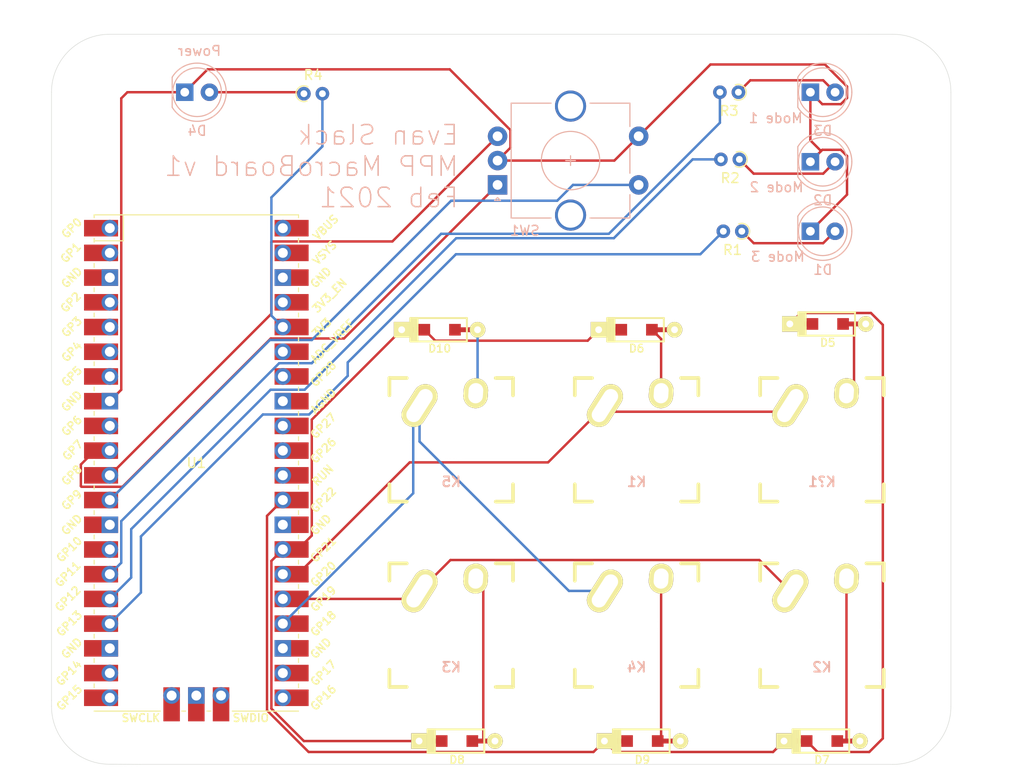
<source format=kicad_pcb>
(kicad_pcb (version 20171130) (host pcbnew "(5.1.9)-1")

  (general
    (thickness 1.6)
    (drawings 17)
    (tracks 141)
    (zones 0)
    (modules 26)
    (nets 51)
  )

  (page A4)
  (layers
    (0 F.Cu signal)
    (31 B.Cu signal)
    (32 B.Adhes user)
    (33 F.Adhes user)
    (34 B.Paste user)
    (35 F.Paste user)
    (36 B.SilkS user)
    (37 F.SilkS user)
    (38 B.Mask user)
    (39 F.Mask user)
    (40 Dwgs.User user)
    (41 Cmts.User user)
    (42 Eco1.User user)
    (43 Eco2.User user)
    (44 Edge.Cuts user)
    (45 Margin user)
    (46 B.CrtYd user)
    (47 F.CrtYd user)
    (48 B.Fab user)
    (49 F.Fab user)
  )

  (setup
    (last_trace_width 0.25)
    (trace_clearance 0.2)
    (zone_clearance 0.508)
    (zone_45_only no)
    (trace_min 0.2)
    (via_size 0.8)
    (via_drill 0.4)
    (via_min_size 0.4)
    (via_min_drill 0.3)
    (uvia_size 0.3)
    (uvia_drill 0.1)
    (uvias_allowed no)
    (uvia_min_size 0.2)
    (uvia_min_drill 0.1)
    (edge_width 0.05)
    (segment_width 0.2)
    (pcb_text_width 0.3)
    (pcb_text_size 1.5 1.5)
    (mod_edge_width 0.12)
    (mod_text_size 1 1)
    (mod_text_width 0.15)
    (pad_size 1.524 1.524)
    (pad_drill 0.762)
    (pad_to_mask_clearance 0)
    (aux_axis_origin 0 0)
    (visible_elements 7FFFFFFF)
    (pcbplotparams
      (layerselection 0x010fc_ffffffff)
      (usegerberextensions true)
      (usegerberattributes true)
      (usegerberadvancedattributes true)
      (creategerberjobfile true)
      (excludeedgelayer true)
      (linewidth 0.100000)
      (plotframeref false)
      (viasonmask false)
      (mode 1)
      (useauxorigin false)
      (hpglpennumber 1)
      (hpglpenspeed 20)
      (hpglpendiameter 15.000000)
      (psnegative false)
      (psa4output false)
      (plotreference true)
      (plotvalue true)
      (plotinvisibletext false)
      (padsonsilk false)
      (subtractmaskfromsilk false)
      (outputformat 1)
      (mirror false)
      (drillshape 0)
      (scaleselection 1)
      (outputdirectory "Gerber/"))
  )

  (net 0 "")
  (net 1 "Net-(D1-Pad2)")
  (net 2 +5V)
  (net 3 "Net-(D2-Pad2)")
  (net 4 "Net-(D3-Pad2)")
  (net 5 "Net-(D4-Pad2)")
  (net 6 "Net-(D5-Pad2)")
  (net 7 /row0)
  (net 8 "Net-(D6-Pad2)")
  (net 9 /row1)
  (net 10 "Net-(D7-Pad2)")
  (net 11 "Net-(D8-Pad2)")
  (net 12 "Net-(D9-Pad2)")
  (net 13 "Net-(D10-Pad2)")
  (net 14 /col0)
  (net 15 /col1)
  (net 16 /col2)
  (net 17 /LED_D)
  (net 18 /LED_C)
  (net 19 /LED_B)
  (net 20 /LED_A)
  (net 21 /ROT_SW)
  (net 22 /B_PIN)
  (net 23 /A_PIN)
  (net 24 "Net-(U1-Pad1)")
  (net 25 "Net-(U1-Pad2)")
  (net 26 "Net-(U1-Pad3)")
  (net 27 "Net-(U1-Pad4)")
  (net 28 "Net-(U1-Pad5)")
  (net 29 "Net-(U1-Pad6)")
  (net 30 "Net-(U1-Pad7)")
  (net 31 "Net-(U1-Pad9)")
  (net 32 "Net-(U1-Pad13)")
  (net 33 "Net-(U1-Pad14)")
  (net 34 "Net-(U1-Pad18)")
  (net 35 "Net-(U1-Pad19)")
  (net 36 "Net-(U1-Pad20)")
  (net 37 "Net-(U1-Pad21)")
  (net 38 "Net-(U1-Pad22)")
  (net 39 "Net-(U1-Pad23)")
  (net 40 "Net-(U1-Pad28)")
  (net 41 "Net-(U1-Pad30)")
  (net 42 "Net-(U1-Pad31)")
  (net 43 "Net-(U1-Pad32)")
  (net 44 "Net-(U1-Pad33)")
  (net 45 "Net-(U1-Pad34)")
  (net 46 "Net-(U1-Pad35)")
  (net 47 "Net-(U1-Pad37)")
  (net 48 "Net-(U1-Pad38)")
  (net 49 "Net-(U1-Pad39)")
  (net 50 "Net-(U1-Pad40)")

  (net_class Default "This is the default net class."
    (clearance 0.2)
    (trace_width 0.25)
    (via_dia 0.8)
    (via_drill 0.4)
    (uvia_dia 0.3)
    (uvia_drill 0.1)
    (add_net +5V)
    (add_net /A_PIN)
    (add_net /B_PIN)
    (add_net /LED_A)
    (add_net /LED_B)
    (add_net /LED_C)
    (add_net /LED_D)
    (add_net /ROT_SW)
    (add_net /col0)
    (add_net /col1)
    (add_net /col2)
    (add_net /row0)
    (add_net /row1)
    (add_net "Net-(D1-Pad2)")
    (add_net "Net-(D10-Pad2)")
    (add_net "Net-(D2-Pad2)")
    (add_net "Net-(D3-Pad2)")
    (add_net "Net-(D4-Pad2)")
    (add_net "Net-(D5-Pad2)")
    (add_net "Net-(D6-Pad2)")
    (add_net "Net-(D7-Pad2)")
    (add_net "Net-(D8-Pad2)")
    (add_net "Net-(D9-Pad2)")
    (add_net "Net-(U1-Pad1)")
    (add_net "Net-(U1-Pad13)")
    (add_net "Net-(U1-Pad14)")
    (add_net "Net-(U1-Pad18)")
    (add_net "Net-(U1-Pad19)")
    (add_net "Net-(U1-Pad2)")
    (add_net "Net-(U1-Pad20)")
    (add_net "Net-(U1-Pad21)")
    (add_net "Net-(U1-Pad22)")
    (add_net "Net-(U1-Pad23)")
    (add_net "Net-(U1-Pad28)")
    (add_net "Net-(U1-Pad3)")
    (add_net "Net-(U1-Pad30)")
    (add_net "Net-(U1-Pad31)")
    (add_net "Net-(U1-Pad32)")
    (add_net "Net-(U1-Pad33)")
    (add_net "Net-(U1-Pad34)")
    (add_net "Net-(U1-Pad35)")
    (add_net "Net-(U1-Pad37)")
    (add_net "Net-(U1-Pad38)")
    (add_net "Net-(U1-Pad39)")
    (add_net "Net-(U1-Pad4)")
    (add_net "Net-(U1-Pad40)")
    (add_net "Net-(U1-Pad5)")
    (add_net "Net-(U1-Pad6)")
    (add_net "Net-(U1-Pad7)")
    (add_net "Net-(U1-Pad9)")
  )

  (module MountingHole:MountingHole_2.2mm_M2 (layer F.Cu) (tedit 56D1B4CB) (tstamp 6020D54F)
    (at 194.9 103.63)
    (descr "Mounting Hole 2.2mm, no annular, M2")
    (tags "mounting hole 2.2mm no annular m2")
    (attr virtual)
    (fp_text reference " " (at 11.11 -2.52) (layer B.SilkS)
      (effects (font (size 1 1) (thickness 0.15)) (justify mirror))
    )
    (fp_text value MountingHole_2.2mm_M2 (at 0 3.2) (layer F.Fab)
      (effects (font (size 1 1) (thickness 0.15)))
    )
    (fp_circle (center 0 0) (end 2.2 0) (layer Cmts.User) (width 0.15))
    (fp_circle (center 0 0) (end 2.45 0) (layer F.CrtYd) (width 0.05))
    (pad 1 np_thru_hole circle (at 0 0) (size 2.2 2.2) (drill 2.2) (layers *.Cu *.Mask))
  )

  (module MountingHole:MountingHole_2.2mm_M2 (layer F.Cu) (tedit 56D1B4CB) (tstamp 6020DA21)
    (at 137.41 102.08)
    (descr "Mounting Hole 2.2mm, no annular, M2")
    (tags "mounting hole 2.2mm no annular m2")
    (attr virtual)
    (fp_text reference "  " (at 0 -3.2) (layer F.SilkS)
      (effects (font (size 1 1) (thickness 0.15)))
    )
    (fp_text value MountingHole_2.2mm_M2 (at 0 3.2) (layer F.Fab)
      (effects (font (size 1 1) (thickness 0.15)))
    )
    (fp_circle (center 0 0) (end 2.2 0) (layer Cmts.User) (width 0.15))
    (fp_circle (center 0 0) (end 2.45 0) (layer F.CrtYd) (width 0.05))
    (pad 1 np_thru_hole circle (at 0 0) (size 2.2 2.2) (drill 2.2) (layers *.Cu *.Mask))
  )

  (module MountingHole:MountingHole_2.2mm_M2 (layer F.Cu) (tedit 56D1B4CB) (tstamp 6020D2B8)
    (at 110.75 36.52)
    (descr "Mounting Hole 2.2mm, no annular, M2")
    (tags "mounting hole 2.2mm no annular m2")
    (attr virtual)
    (fp_text reference " " (at -5.52 -3.56) (layer F.SilkS)
      (effects (font (size 1 1) (thickness 0.15)))
    )
    (fp_text value MountingHole_2.2mm_M2 (at 0 3.2) (layer F.Fab)
      (effects (font (size 1 1) (thickness 0.15)))
    )
    (fp_text user %R (at 0.3 0) (layer F.Fab)
      (effects (font (size 1 1) (thickness 0.15)))
    )
    (fp_circle (center 0 0) (end 2.2 0) (layer Cmts.User) (width 0.15))
    (fp_circle (center 0 0) (end 2.45 0) (layer F.CrtYd) (width 0.05))
    (pad 1 np_thru_hole circle (at 0 0) (size 2.2 2.2) (drill 2.2) (layers *.Cu *.Mask))
  )

  (module MountingHole:MountingHole_2.2mm_M2 (layer F.Cu) (tedit 56D1B4CB) (tstamp 6020D77B)
    (at 195.14 36.19)
    (descr "Mounting Hole 2.2mm, no annular, M2")
    (tags "mounting hole 2.2mm no annular m2")
    (attr virtual)
    (fp_text reference " " (at 7.81 -6.72) (layer F.SilkS)
      (effects (font (size 1 1) (thickness 0.15)))
    )
    (fp_text value MountingHole_2.2mm_M2 (at 0 3.2) (layer F.Fab)
      (effects (font (size 1 1) (thickness 0.15)))
    )
    (fp_circle (center 0 0) (end 2.2 0) (layer Cmts.User) (width 0.15))
    (fp_circle (center 0 0) (end 2.45 0) (layer F.CrtYd) (width 0.05))
    (pad 1 np_thru_hole circle (at 0 0) (size 2.2 2.2) (drill 2.2) (layers *.Cu *.Mask))
  )

  (module MCU_RaspberryPi_and_Boards:RPi_Pico_SMD_TH (layer F.Cu) (tedit 5F638C80) (tstamp 60205B68)
    (at 121.44375 76.2)
    (descr "Through hole straight pin header, 2x20, 2.54mm pitch, double rows")
    (tags "Through hole pin header THT 2x20 2.54mm double row")
    (path /601F505C)
    (fp_text reference U1 (at 0 0) (layer F.SilkS)
      (effects (font (size 1 1) (thickness 0.15)))
    )
    (fp_text value PICO_RP2040 (at 0 2.159) (layer F.Fab)
      (effects (font (size 1 1) (thickness 0.15)))
    )
    (fp_line (start 1.1 25.5) (end 1.5 25.5) (layer F.SilkS) (width 0.12))
    (fp_line (start -1.5 25.5) (end -1.1 25.5) (layer F.SilkS) (width 0.12))
    (fp_line (start 10.5 25.5) (end 3.7 25.5) (layer F.SilkS) (width 0.12))
    (fp_line (start 10.5 15.1) (end 10.5 15.5) (layer F.SilkS) (width 0.12))
    (fp_line (start 10.5 7.4) (end 10.5 7.8) (layer F.SilkS) (width 0.12))
    (fp_line (start 10.5 -18) (end 10.5 -17.6) (layer F.SilkS) (width 0.12))
    (fp_line (start 10.5 -25.5) (end 10.5 -25.2) (layer F.SilkS) (width 0.12))
    (fp_line (start 10.5 -2.7) (end 10.5 -2.3) (layer F.SilkS) (width 0.12))
    (fp_line (start 10.5 12.5) (end 10.5 12.9) (layer F.SilkS) (width 0.12))
    (fp_line (start 10.5 -7.8) (end 10.5 -7.4) (layer F.SilkS) (width 0.12))
    (fp_line (start 10.5 -12.9) (end 10.5 -12.5) (layer F.SilkS) (width 0.12))
    (fp_line (start 10.5 -0.2) (end 10.5 0.2) (layer F.SilkS) (width 0.12))
    (fp_line (start 10.5 4.9) (end 10.5 5.3) (layer F.SilkS) (width 0.12))
    (fp_line (start 10.5 20.1) (end 10.5 20.5) (layer F.SilkS) (width 0.12))
    (fp_line (start 10.5 22.7) (end 10.5 23.1) (layer F.SilkS) (width 0.12))
    (fp_line (start 10.5 17.6) (end 10.5 18) (layer F.SilkS) (width 0.12))
    (fp_line (start 10.5 -15.4) (end 10.5 -15) (layer F.SilkS) (width 0.12))
    (fp_line (start 10.5 -23.1) (end 10.5 -22.7) (layer F.SilkS) (width 0.12))
    (fp_line (start 10.5 -20.5) (end 10.5 -20.1) (layer F.SilkS) (width 0.12))
    (fp_line (start 10.5 10) (end 10.5 10.4) (layer F.SilkS) (width 0.12))
    (fp_line (start 10.5 2.3) (end 10.5 2.7) (layer F.SilkS) (width 0.12))
    (fp_line (start 10.5 -5.3) (end 10.5 -4.9) (layer F.SilkS) (width 0.12))
    (fp_line (start 10.5 -10.4) (end 10.5 -10) (layer F.SilkS) (width 0.12))
    (fp_line (start -10.5 22.7) (end -10.5 23.1) (layer F.SilkS) (width 0.12))
    (fp_line (start -10.5 20.1) (end -10.5 20.5) (layer F.SilkS) (width 0.12))
    (fp_line (start -10.5 17.6) (end -10.5 18) (layer F.SilkS) (width 0.12))
    (fp_line (start -10.5 15.1) (end -10.5 15.5) (layer F.SilkS) (width 0.12))
    (fp_line (start -10.5 12.5) (end -10.5 12.9) (layer F.SilkS) (width 0.12))
    (fp_line (start -10.5 10) (end -10.5 10.4) (layer F.SilkS) (width 0.12))
    (fp_line (start -10.5 7.4) (end -10.5 7.8) (layer F.SilkS) (width 0.12))
    (fp_line (start -10.5 4.9) (end -10.5 5.3) (layer F.SilkS) (width 0.12))
    (fp_line (start -10.5 2.3) (end -10.5 2.7) (layer F.SilkS) (width 0.12))
    (fp_line (start -10.5 -0.2) (end -10.5 0.2) (layer F.SilkS) (width 0.12))
    (fp_line (start -10.5 -2.7) (end -10.5 -2.3) (layer F.SilkS) (width 0.12))
    (fp_line (start -10.5 -5.3) (end -10.5 -4.9) (layer F.SilkS) (width 0.12))
    (fp_line (start -10.5 -7.8) (end -10.5 -7.4) (layer F.SilkS) (width 0.12))
    (fp_line (start -10.5 -10.4) (end -10.5 -10) (layer F.SilkS) (width 0.12))
    (fp_line (start -10.5 -12.9) (end -10.5 -12.5) (layer F.SilkS) (width 0.12))
    (fp_line (start -10.5 -15.4) (end -10.5 -15) (layer F.SilkS) (width 0.12))
    (fp_line (start -10.5 -18) (end -10.5 -17.6) (layer F.SilkS) (width 0.12))
    (fp_line (start -10.5 -20.5) (end -10.5 -20.1) (layer F.SilkS) (width 0.12))
    (fp_line (start -10.5 -23.1) (end -10.5 -22.7) (layer F.SilkS) (width 0.12))
    (fp_line (start -10.5 -25.5) (end -10.5 -25.2) (layer F.SilkS) (width 0.12))
    (fp_line (start -7.493 -22.833) (end -7.493 -25.5) (layer F.SilkS) (width 0.12))
    (fp_line (start -10.5 -22.833) (end -7.493 -22.833) (layer F.SilkS) (width 0.12))
    (fp_line (start -3.7 25.5) (end -10.5 25.5) (layer F.SilkS) (width 0.12))
    (fp_line (start -10.5 -25.5) (end 10.5 -25.5) (layer F.SilkS) (width 0.12))
    (fp_line (start -11 26) (end -11 -26) (layer F.CrtYd) (width 0.12))
    (fp_line (start 11 26) (end -11 26) (layer F.CrtYd) (width 0.12))
    (fp_line (start 11 -26) (end 11 26) (layer F.CrtYd) (width 0.12))
    (fp_line (start -11 -26) (end 11 -26) (layer F.CrtYd) (width 0.12))
    (fp_line (start -10.5 -24.2) (end -9.2 -25.5) (layer F.Fab) (width 0.12))
    (fp_line (start -10.5 25.5) (end -10.5 -25.5) (layer F.Fab) (width 0.12))
    (fp_line (start 10.5 25.5) (end -10.5 25.5) (layer F.Fab) (width 0.12))
    (fp_line (start 10.5 -25.5) (end 10.5 25.5) (layer F.Fab) (width 0.12))
    (fp_line (start -10.5 -25.5) (end 10.5 -25.5) (layer F.Fab) (width 0.12))
    (fp_poly (pts (xy -1.5 -16.5) (xy -3.5 -16.5) (xy -3.5 -18.5) (xy -1.5 -18.5)) (layer Dwgs.User) (width 0.1))
    (fp_poly (pts (xy -1.5 -14) (xy -3.5 -14) (xy -3.5 -16) (xy -1.5 -16)) (layer Dwgs.User) (width 0.1))
    (fp_poly (pts (xy -1.5 -11.5) (xy -3.5 -11.5) (xy -3.5 -13.5) (xy -1.5 -13.5)) (layer Dwgs.User) (width 0.1))
    (fp_poly (pts (xy 3.7 -20.2) (xy -3.7 -20.2) (xy -3.7 -24.9) (xy 3.7 -24.9)) (layer Dwgs.User) (width 0.1))
    (fp_text user %R (at 0 0 180) (layer F.Fab)
      (effects (font (size 1 1) (thickness 0.15)))
    )
    (fp_text user GP1 (at -12.9 -21.6 45) (layer F.SilkS)
      (effects (font (size 0.8 0.8) (thickness 0.15)))
    )
    (fp_text user GP2 (at -12.9 -16.51 45) (layer F.SilkS)
      (effects (font (size 0.8 0.8) (thickness 0.15)))
    )
    (fp_text user GP0 (at -12.8 -24.13 45) (layer F.SilkS)
      (effects (font (size 0.8 0.8) (thickness 0.15)))
    )
    (fp_text user GP3 (at -12.8 -13.97 45) (layer F.SilkS)
      (effects (font (size 0.8 0.8) (thickness 0.15)))
    )
    (fp_text user GP4 (at -12.8 -11.43 45) (layer F.SilkS)
      (effects (font (size 0.8 0.8) (thickness 0.15)))
    )
    (fp_text user GP5 (at -12.8 -8.89 45) (layer F.SilkS)
      (effects (font (size 0.8 0.8) (thickness 0.15)))
    )
    (fp_text user GP6 (at -12.8 -3.81 45) (layer F.SilkS)
      (effects (font (size 0.8 0.8) (thickness 0.15)))
    )
    (fp_text user GP7 (at -12.7 -1.3 45) (layer F.SilkS)
      (effects (font (size 0.8 0.8) (thickness 0.15)))
    )
    (fp_text user GP8 (at -12.8 1.27 45) (layer F.SilkS)
      (effects (font (size 0.8 0.8) (thickness 0.15)))
    )
    (fp_text user GP9 (at -12.8 3.81 45) (layer F.SilkS)
      (effects (font (size 0.8 0.8) (thickness 0.15)))
    )
    (fp_text user GP10 (at -13.054 8.89 45) (layer F.SilkS)
      (effects (font (size 0.8 0.8) (thickness 0.15)))
    )
    (fp_text user GP11 (at -13.2 11.43 45) (layer F.SilkS)
      (effects (font (size 0.8 0.8) (thickness 0.15)))
    )
    (fp_text user GP12 (at -13.2 13.97 45) (layer F.SilkS)
      (effects (font (size 0.8 0.8) (thickness 0.15)))
    )
    (fp_text user GP13 (at -13.054 16.51 45) (layer F.SilkS)
      (effects (font (size 0.8 0.8) (thickness 0.15)))
    )
    (fp_text user GP14 (at -13.1 21.59 45) (layer F.SilkS)
      (effects (font (size 0.8 0.8) (thickness 0.15)))
    )
    (fp_text user GP15 (at -13.054 24.13 45) (layer F.SilkS)
      (effects (font (size 0.8 0.8) (thickness 0.15)))
    )
    (fp_text user GP16 (at 13.054 24.13 45) (layer F.SilkS)
      (effects (font (size 0.8 0.8) (thickness 0.15)))
    )
    (fp_text user GP17 (at 13.054 21.59 45) (layer F.SilkS)
      (effects (font (size 0.8 0.8) (thickness 0.15)))
    )
    (fp_text user GP18 (at 13.054 16.51 45) (layer F.SilkS)
      (effects (font (size 0.8 0.8) (thickness 0.15)))
    )
    (fp_text user GP19 (at 13.054 13.97 45) (layer F.SilkS)
      (effects (font (size 0.8 0.8) (thickness 0.15)))
    )
    (fp_text user GP20 (at 13.054 11.43 45) (layer F.SilkS)
      (effects (font (size 0.8 0.8) (thickness 0.15)))
    )
    (fp_text user GP21 (at 13.054 8.9 45) (layer F.SilkS)
      (effects (font (size 0.8 0.8) (thickness 0.15)))
    )
    (fp_text user GP22 (at 13.054 3.81 45) (layer F.SilkS)
      (effects (font (size 0.8 0.8) (thickness 0.15)))
    )
    (fp_text user RUN (at 13 1.27 45) (layer F.SilkS)
      (effects (font (size 0.8 0.8) (thickness 0.15)))
    )
    (fp_text user GP26 (at 13.054 -1.27 45) (layer F.SilkS)
      (effects (font (size 0.8 0.8) (thickness 0.15)))
    )
    (fp_text user GP27 (at 13.054 -3.8 45) (layer F.SilkS)
      (effects (font (size 0.8 0.8) (thickness 0.15)))
    )
    (fp_text user GP28 (at 13.054 -9.144 45) (layer F.SilkS)
      (effects (font (size 0.8 0.8) (thickness 0.15)))
    )
    (fp_text user ADC_VREF (at 14 -12.5 45) (layer F.SilkS)
      (effects (font (size 0.8 0.8) (thickness 0.15)))
    )
    (fp_text user 3V3 (at 12.9 -13.9 45) (layer F.SilkS)
      (effects (font (size 0.8 0.8) (thickness 0.15)))
    )
    (fp_text user 3V3_EN (at 13.7 -17.2 45) (layer F.SilkS)
      (effects (font (size 0.8 0.8) (thickness 0.15)))
    )
    (fp_text user VSYS (at 13.2 -21.59 45) (layer F.SilkS)
      (effects (font (size 0.8 0.8) (thickness 0.15)))
    )
    (fp_text user VBUS (at 13.3 -24.2 45) (layer F.SilkS)
      (effects (font (size 0.8 0.8) (thickness 0.15)))
    )
    (fp_text user GND (at -12.8 -19.05 45) (layer F.SilkS)
      (effects (font (size 0.8 0.8) (thickness 0.15)))
    )
    (fp_text user GND (at -12.8 -6.35 45) (layer F.SilkS)
      (effects (font (size 0.8 0.8) (thickness 0.15)))
    )
    (fp_text user GND (at -12.8 6.35 45) (layer F.SilkS)
      (effects (font (size 0.8 0.8) (thickness 0.15)))
    )
    (fp_text user GND (at -12.8 19.05 45) (layer F.SilkS)
      (effects (font (size 0.8 0.8) (thickness 0.15)))
    )
    (fp_text user GND (at 12.8 19.05 45) (layer F.SilkS)
      (effects (font (size 0.8 0.8) (thickness 0.15)))
    )
    (fp_text user GND (at 12.8 6.35 45) (layer F.SilkS)
      (effects (font (size 0.8 0.8) (thickness 0.15)))
    )
    (fp_text user GND (at 12.8 -19.05 45) (layer F.SilkS)
      (effects (font (size 0.8 0.8) (thickness 0.15)))
    )
    (fp_text user AGND (at 13.054 -6.35 45) (layer F.SilkS)
      (effects (font (size 0.8 0.8) (thickness 0.15)))
    )
    (fp_text user SWCLK (at -5.7 26.2) (layer F.SilkS)
      (effects (font (size 0.8 0.8) (thickness 0.15)))
    )
    (fp_text user SWDIO (at 5.6 26.2) (layer F.SilkS)
      (effects (font (size 0.8 0.8) (thickness 0.15)))
    )
    (pad 1 thru_hole oval (at -8.89 -24.13) (size 1.7 1.7) (drill 1.02) (layers *.Cu *.Mask)
      (net 24 "Net-(U1-Pad1)"))
    (pad 2 thru_hole oval (at -8.89 -21.59) (size 1.7 1.7) (drill 1.02) (layers *.Cu *.Mask)
      (net 25 "Net-(U1-Pad2)"))
    (pad 3 thru_hole rect (at -8.89 -19.05) (size 1.7 1.7) (drill 1.02) (layers *.Cu *.Mask)
      (net 26 "Net-(U1-Pad3)"))
    (pad 4 thru_hole oval (at -8.89 -16.51) (size 1.7 1.7) (drill 1.02) (layers *.Cu *.Mask)
      (net 27 "Net-(U1-Pad4)"))
    (pad 5 thru_hole oval (at -8.89 -13.97) (size 1.7 1.7) (drill 1.02) (layers *.Cu *.Mask)
      (net 28 "Net-(U1-Pad5)"))
    (pad 6 thru_hole oval (at -8.89 -11.43) (size 1.7 1.7) (drill 1.02) (layers *.Cu *.Mask)
      (net 29 "Net-(U1-Pad6)"))
    (pad 7 thru_hole oval (at -8.89 -8.89) (size 1.7 1.7) (drill 1.02) (layers *.Cu *.Mask)
      (net 30 "Net-(U1-Pad7)"))
    (pad 8 thru_hole rect (at -8.89 -6.35) (size 1.7 1.7) (drill 1.02) (layers *.Cu *.Mask)
      (net 2 +5V))
    (pad 9 thru_hole oval (at -8.89 -3.81) (size 1.7 1.7) (drill 1.02) (layers *.Cu *.Mask)
      (net 31 "Net-(U1-Pad9)"))
    (pad 10 thru_hole oval (at -8.89 -1.27) (size 1.7 1.7) (drill 1.02) (layers *.Cu *.Mask)
      (net 23 /A_PIN))
    (pad 11 thru_hole oval (at -8.89 1.27) (size 1.7 1.7) (drill 1.02) (layers *.Cu *.Mask)
      (net 22 /B_PIN))
    (pad 12 thru_hole oval (at -8.89 3.81) (size 1.7 1.7) (drill 1.02) (layers *.Cu *.Mask)
      (net 21 /ROT_SW))
    (pad 13 thru_hole rect (at -8.89 6.35) (size 1.7 1.7) (drill 1.02) (layers *.Cu *.Mask)
      (net 32 "Net-(U1-Pad13)"))
    (pad 14 thru_hole oval (at -8.89 8.89) (size 1.7 1.7) (drill 1.02) (layers *.Cu *.Mask)
      (net 33 "Net-(U1-Pad14)"))
    (pad 15 thru_hole oval (at -8.89 11.43) (size 1.7 1.7) (drill 1.02) (layers *.Cu *.Mask)
      (net 19 /LED_B))
    (pad 16 thru_hole oval (at -8.89 13.97) (size 1.7 1.7) (drill 1.02) (layers *.Cu *.Mask)
      (net 18 /LED_C))
    (pad 17 thru_hole oval (at -8.89 16.51) (size 1.7 1.7) (drill 1.02) (layers *.Cu *.Mask)
      (net 17 /LED_D))
    (pad 18 thru_hole rect (at -8.89 19.05) (size 1.7 1.7) (drill 1.02) (layers *.Cu *.Mask)
      (net 34 "Net-(U1-Pad18)"))
    (pad 19 thru_hole oval (at -8.89 21.59) (size 1.7 1.7) (drill 1.02) (layers *.Cu *.Mask)
      (net 35 "Net-(U1-Pad19)"))
    (pad 20 thru_hole oval (at -8.89 24.13) (size 1.7 1.7) (drill 1.02) (layers *.Cu *.Mask)
      (net 36 "Net-(U1-Pad20)"))
    (pad 21 thru_hole oval (at 8.89 24.13) (size 1.7 1.7) (drill 1.02) (layers *.Cu *.Mask)
      (net 37 "Net-(U1-Pad21)"))
    (pad 22 thru_hole oval (at 8.89 21.59) (size 1.7 1.7) (drill 1.02) (layers *.Cu *.Mask)
      (net 38 "Net-(U1-Pad22)"))
    (pad 23 thru_hole rect (at 8.89 19.05) (size 1.7 1.7) (drill 1.02) (layers *.Cu *.Mask)
      (net 39 "Net-(U1-Pad23)"))
    (pad 24 thru_hole oval (at 8.89 16.51) (size 1.7 1.7) (drill 1.02) (layers *.Cu *.Mask)
      (net 16 /col2))
    (pad 25 thru_hole oval (at 8.89 13.97) (size 1.7 1.7) (drill 1.02) (layers *.Cu *.Mask)
      (net 15 /col1))
    (pad 26 thru_hole oval (at 8.89 11.43) (size 1.7 1.7) (drill 1.02) (layers *.Cu *.Mask)
      (net 14 /col0))
    (pad 27 thru_hole oval (at 8.89 8.89) (size 1.7 1.7) (drill 1.02) (layers *.Cu *.Mask)
      (net 9 /row1))
    (pad 28 thru_hole rect (at 8.89 6.35) (size 1.7 1.7) (drill 1.02) (layers *.Cu *.Mask)
      (net 40 "Net-(U1-Pad28)"))
    (pad 29 thru_hole oval (at 8.89 3.81) (size 1.7 1.7) (drill 1.02) (layers *.Cu *.Mask)
      (net 7 /row0))
    (pad 30 thru_hole oval (at 8.89 1.27) (size 1.7 1.7) (drill 1.02) (layers *.Cu *.Mask)
      (net 41 "Net-(U1-Pad30)"))
    (pad 31 thru_hole oval (at 8.89 -1.27) (size 1.7 1.7) (drill 1.02) (layers *.Cu *.Mask)
      (net 42 "Net-(U1-Pad31)"))
    (pad 32 thru_hole oval (at 8.89 -3.81) (size 1.7 1.7) (drill 1.02) (layers *.Cu *.Mask)
      (net 43 "Net-(U1-Pad32)"))
    (pad 33 thru_hole rect (at 8.89 -6.35) (size 1.7 1.7) (drill 1.02) (layers *.Cu *.Mask)
      (net 44 "Net-(U1-Pad33)"))
    (pad 34 thru_hole oval (at 8.89 -8.89) (size 1.7 1.7) (drill 1.02) (layers *.Cu *.Mask)
      (net 45 "Net-(U1-Pad34)"))
    (pad 35 thru_hole oval (at 8.89 -11.43) (size 1.7 1.7) (drill 1.02) (layers *.Cu *.Mask)
      (net 46 "Net-(U1-Pad35)"))
    (pad 36 thru_hole oval (at 8.89 -13.97) (size 1.7 1.7) (drill 1.02) (layers *.Cu *.Mask)
      (net 20 /LED_A))
    (pad 37 thru_hole oval (at 8.89 -16.51) (size 1.7 1.7) (drill 1.02) (layers *.Cu *.Mask)
      (net 47 "Net-(U1-Pad37)"))
    (pad 38 thru_hole rect (at 8.89 -19.05) (size 1.7 1.7) (drill 1.02) (layers *.Cu *.Mask)
      (net 48 "Net-(U1-Pad38)"))
    (pad 39 thru_hole oval (at 8.89 -21.59) (size 1.7 1.7) (drill 1.02) (layers *.Cu *.Mask)
      (net 49 "Net-(U1-Pad39)"))
    (pad 40 thru_hole oval (at 8.89 -24.13) (size 1.7 1.7) (drill 1.02) (layers *.Cu *.Mask)
      (net 50 "Net-(U1-Pad40)"))
    (pad 1 smd rect (at -8.89 -24.13) (size 3.5 1.7) (drill (offset -0.9 0)) (layers F.Cu F.Mask)
      (net 24 "Net-(U1-Pad1)"))
    (pad 2 smd rect (at -8.89 -21.59) (size 3.5 1.7) (drill (offset -0.9 0)) (layers F.Cu F.Mask)
      (net 25 "Net-(U1-Pad2)"))
    (pad 3 smd rect (at -8.89 -19.05) (size 3.5 1.7) (drill (offset -0.9 0)) (layers F.Cu F.Mask)
      (net 26 "Net-(U1-Pad3)"))
    (pad 4 smd rect (at -8.89 -16.51) (size 3.5 1.7) (drill (offset -0.9 0)) (layers F.Cu F.Mask)
      (net 27 "Net-(U1-Pad4)"))
    (pad 5 smd rect (at -8.89 -13.97) (size 3.5 1.7) (drill (offset -0.9 0)) (layers F.Cu F.Mask)
      (net 28 "Net-(U1-Pad5)"))
    (pad 6 smd rect (at -8.89 -11.43) (size 3.5 1.7) (drill (offset -0.9 0)) (layers F.Cu F.Mask)
      (net 29 "Net-(U1-Pad6)"))
    (pad 7 smd rect (at -8.89 -8.89) (size 3.5 1.7) (drill (offset -0.9 0)) (layers F.Cu F.Mask)
      (net 30 "Net-(U1-Pad7)"))
    (pad 8 smd rect (at -8.89 -6.35) (size 3.5 1.7) (drill (offset -0.9 0)) (layers F.Cu F.Mask)
      (net 2 +5V))
    (pad 9 smd rect (at -8.89 -3.81) (size 3.5 1.7) (drill (offset -0.9 0)) (layers F.Cu F.Mask)
      (net 31 "Net-(U1-Pad9)"))
    (pad 10 smd rect (at -8.89 -1.27) (size 3.5 1.7) (drill (offset -0.9 0)) (layers F.Cu F.Mask)
      (net 23 /A_PIN))
    (pad 11 smd rect (at -8.89 1.27) (size 3.5 1.7) (drill (offset -0.9 0)) (layers F.Cu F.Mask)
      (net 22 /B_PIN))
    (pad 12 smd rect (at -8.89 3.81) (size 3.5 1.7) (drill (offset -0.9 0)) (layers F.Cu F.Mask)
      (net 21 /ROT_SW))
    (pad 13 smd rect (at -8.89 6.35) (size 3.5 1.7) (drill (offset -0.9 0)) (layers F.Cu F.Mask)
      (net 32 "Net-(U1-Pad13)"))
    (pad 14 smd rect (at -8.89 8.89) (size 3.5 1.7) (drill (offset -0.9 0)) (layers F.Cu F.Mask)
      (net 33 "Net-(U1-Pad14)"))
    (pad 15 smd rect (at -8.89 11.43) (size 3.5 1.7) (drill (offset -0.9 0)) (layers F.Cu F.Mask)
      (net 19 /LED_B))
    (pad 16 smd rect (at -8.89 13.97) (size 3.5 1.7) (drill (offset -0.9 0)) (layers F.Cu F.Mask)
      (net 18 /LED_C))
    (pad 17 smd rect (at -8.89 16.51) (size 3.5 1.7) (drill (offset -0.9 0)) (layers F.Cu F.Mask)
      (net 17 /LED_D))
    (pad 18 smd rect (at -8.89 19.05) (size 3.5 1.7) (drill (offset -0.9 0)) (layers F.Cu F.Mask)
      (net 34 "Net-(U1-Pad18)"))
    (pad 19 smd rect (at -8.89 21.59) (size 3.5 1.7) (drill (offset -0.9 0)) (layers F.Cu F.Mask)
      (net 35 "Net-(U1-Pad19)"))
    (pad 20 smd rect (at -8.89 24.13) (size 3.5 1.7) (drill (offset -0.9 0)) (layers F.Cu F.Mask)
      (net 36 "Net-(U1-Pad20)"))
    (pad 40 smd rect (at 8.89 -24.13) (size 3.5 1.7) (drill (offset 0.9 0)) (layers F.Cu F.Mask)
      (net 50 "Net-(U1-Pad40)"))
    (pad 39 smd rect (at 8.89 -21.59) (size 3.5 1.7) (drill (offset 0.9 0)) (layers F.Cu F.Mask)
      (net 49 "Net-(U1-Pad39)"))
    (pad 38 smd rect (at 8.89 -19.05) (size 3.5 1.7) (drill (offset 0.9 0)) (layers F.Cu F.Mask)
      (net 48 "Net-(U1-Pad38)"))
    (pad 37 smd rect (at 8.89 -16.51) (size 3.5 1.7) (drill (offset 0.9 0)) (layers F.Cu F.Mask)
      (net 47 "Net-(U1-Pad37)"))
    (pad 36 smd rect (at 8.89 -13.97) (size 3.5 1.7) (drill (offset 0.9 0)) (layers F.Cu F.Mask)
      (net 20 /LED_A))
    (pad 35 smd rect (at 8.89 -11.43) (size 3.5 1.7) (drill (offset 0.9 0)) (layers F.Cu F.Mask)
      (net 46 "Net-(U1-Pad35)"))
    (pad 34 smd rect (at 8.89 -8.89) (size 3.5 1.7) (drill (offset 0.9 0)) (layers F.Cu F.Mask)
      (net 45 "Net-(U1-Pad34)"))
    (pad 33 smd rect (at 8.89 -6.35) (size 3.5 1.7) (drill (offset 0.9 0)) (layers F.Cu F.Mask)
      (net 44 "Net-(U1-Pad33)"))
    (pad 32 smd rect (at 8.89 -3.81) (size 3.5 1.7) (drill (offset 0.9 0)) (layers F.Cu F.Mask)
      (net 43 "Net-(U1-Pad32)"))
    (pad 31 smd rect (at 8.89 -1.27) (size 3.5 1.7) (drill (offset 0.9 0)) (layers F.Cu F.Mask)
      (net 42 "Net-(U1-Pad31)"))
    (pad 30 smd rect (at 8.89 1.27) (size 3.5 1.7) (drill (offset 0.9 0)) (layers F.Cu F.Mask)
      (net 41 "Net-(U1-Pad30)"))
    (pad 29 smd rect (at 8.89 3.81) (size 3.5 1.7) (drill (offset 0.9 0)) (layers F.Cu F.Mask)
      (net 7 /row0))
    (pad 28 smd rect (at 8.89 6.35) (size 3.5 1.7) (drill (offset 0.9 0)) (layers F.Cu F.Mask)
      (net 40 "Net-(U1-Pad28)"))
    (pad 27 smd rect (at 8.89 8.89) (size 3.5 1.7) (drill (offset 0.9 0)) (layers F.Cu F.Mask)
      (net 9 /row1))
    (pad 26 smd rect (at 8.89 11.43) (size 3.5 1.7) (drill (offset 0.9 0)) (layers F.Cu F.Mask)
      (net 14 /col0))
    (pad 25 smd rect (at 8.89 13.97) (size 3.5 1.7) (drill (offset 0.9 0)) (layers F.Cu F.Mask)
      (net 15 /col1))
    (pad 24 smd rect (at 8.89 16.51) (size 3.5 1.7) (drill (offset 0.9 0)) (layers F.Cu F.Mask)
      (net 16 /col2))
    (pad 23 smd rect (at 8.89 19.05) (size 3.5 1.7) (drill (offset 0.9 0)) (layers F.Cu F.Mask)
      (net 39 "Net-(U1-Pad23)"))
    (pad 22 smd rect (at 8.89 21.59) (size 3.5 1.7) (drill (offset 0.9 0)) (layers F.Cu F.Mask)
      (net 38 "Net-(U1-Pad22)"))
    (pad 21 smd rect (at 8.89 24.13) (size 3.5 1.7) (drill (offset 0.9 0)) (layers F.Cu F.Mask)
      (net 37 "Net-(U1-Pad21)"))
    (pad "" np_thru_hole oval (at -2.725 -24) (size 1.8 1.8) (drill 1.8) (layers *.Cu *.Mask))
    (pad "" np_thru_hole oval (at 2.725 -24) (size 1.8 1.8) (drill 1.8) (layers *.Cu *.Mask))
    (pad "" np_thru_hole oval (at -2.425 -20.97) (size 1.5 1.5) (drill 1.5) (layers *.Cu *.Mask))
    (pad "" np_thru_hole oval (at 2.425 -20.97) (size 1.5 1.5) (drill 1.5) (layers *.Cu *.Mask))
    (pad 41 smd rect (at -2.54 23.9 90) (size 3.5 1.7) (drill (offset -0.9 0)) (layers F.Cu F.Mask))
    (pad 41 thru_hole oval (at -2.54 23.9) (size 1.7 1.7) (drill 1.02) (layers *.Cu *.Mask))
    (pad 42 smd rect (at 0 23.9 90) (size 3.5 1.7) (drill (offset -0.9 0)) (layers F.Cu F.Mask))
    (pad 42 thru_hole rect (at 0 23.9) (size 1.7 1.7) (drill 1.02) (layers *.Cu *.Mask))
    (pad 43 smd rect (at 2.54 23.9 90) (size 3.5 1.7) (drill (offset -0.9 0)) (layers F.Cu F.Mask))
    (pad 43 thru_hole oval (at 2.54 23.9) (size 1.7 1.7) (drill 1.02) (layers *.Cu *.Mask))
  )

  (module LED_THT:LED_D5.0mm (layer B.Cu) (tedit 5995936A) (tstamp 602054A0)
    (at 184.54703 52.3875)
    (descr "LED, diameter 5.0mm, 2 pins, http://cdn-reichelt.de/documents/datenblatt/A500/LL-504BC2E-009.pdf")
    (tags "LED diameter 5.0mm 2 pins")
    (path /60203A2E)
    (fp_text reference D1 (at 1.27 3.96) (layer B.SilkS)
      (effects (font (size 1 1) (thickness 0.15)) (justify mirror))
    )
    (fp_text value LED (at 1.27 -3.96) (layer B.Fab)
      (effects (font (size 1 1) (thickness 0.15)) (justify mirror))
    )
    (fp_line (start 4.5 3.25) (end -1.95 3.25) (layer B.CrtYd) (width 0.05))
    (fp_line (start 4.5 -3.25) (end 4.5 3.25) (layer B.CrtYd) (width 0.05))
    (fp_line (start -1.95 -3.25) (end 4.5 -3.25) (layer B.CrtYd) (width 0.05))
    (fp_line (start -1.95 3.25) (end -1.95 -3.25) (layer B.CrtYd) (width 0.05))
    (fp_line (start -1.29 1.545) (end -1.29 -1.545) (layer B.SilkS) (width 0.12))
    (fp_line (start -1.23 1.469694) (end -1.23 -1.469694) (layer B.Fab) (width 0.1))
    (fp_circle (center 1.27 0) (end 3.77 0) (layer B.SilkS) (width 0.12))
    (fp_circle (center 1.27 0) (end 3.77 0) (layer B.Fab) (width 0.1))
    (fp_text user %R (at 1.25 0) (layer B.Fab)
      (effects (font (size 0.8 0.8) (thickness 0.2)) (justify mirror))
    )
    (fp_arc (start 1.27 0) (end -1.29 -1.54483) (angle 148.9) (layer B.SilkS) (width 0.12))
    (fp_arc (start 1.27 0) (end -1.29 1.54483) (angle -148.9) (layer B.SilkS) (width 0.12))
    (fp_arc (start 1.27 0) (end -1.23 1.469694) (angle -299.1) (layer B.Fab) (width 0.1))
    (pad 2 thru_hole circle (at 2.54 0) (size 1.8 1.8) (drill 0.9) (layers *.Cu *.Mask)
      (net 1 "Net-(D1-Pad2)"))
    (pad 1 thru_hole rect (at 0 0) (size 1.8 1.8) (drill 0.9) (layers *.Cu *.Mask)
      (net 2 +5V))
    (model ${KISYS3DMOD}/LED_THT.3dshapes/LED_D5.0mm.wrl
      (at (xyz 0 0 0))
      (scale (xyz 1 1 1))
      (rotate (xyz 0 0 0))
    )
  )

  (module LED_THT:LED_D5.0mm (layer B.Cu) (tedit 5995936A) (tstamp 602055B4)
    (at 184.54703 45.243788)
    (descr "LED, diameter 5.0mm, 2 pins, http://cdn-reichelt.de/documents/datenblatt/A500/LL-504BC2E-009.pdf")
    (tags "LED diameter 5.0mm 2 pins")
    (path /60203B32)
    (fp_text reference D2 (at 1.27 3.96) (layer B.SilkS)
      (effects (font (size 1 1) (thickness 0.15)) (justify mirror))
    )
    (fp_text value LED (at 1.27 -3.96) (layer B.Fab)
      (effects (font (size 1 1) (thickness 0.15)) (justify mirror))
    )
    (fp_circle (center 1.27 0) (end 3.77 0) (layer B.Fab) (width 0.1))
    (fp_circle (center 1.27 0) (end 3.77 0) (layer B.SilkS) (width 0.12))
    (fp_line (start -1.23 1.469694) (end -1.23 -1.469694) (layer B.Fab) (width 0.1))
    (fp_line (start -1.29 1.545) (end -1.29 -1.545) (layer B.SilkS) (width 0.12))
    (fp_line (start -1.95 3.25) (end -1.95 -3.25) (layer B.CrtYd) (width 0.05))
    (fp_line (start -1.95 -3.25) (end 4.5 -3.25) (layer B.CrtYd) (width 0.05))
    (fp_line (start 4.5 -3.25) (end 4.5 3.25) (layer B.CrtYd) (width 0.05))
    (fp_line (start 4.5 3.25) (end -1.95 3.25) (layer B.CrtYd) (width 0.05))
    (fp_arc (start 1.27 0) (end -1.23 1.469694) (angle -299.1) (layer B.Fab) (width 0.1))
    (fp_arc (start 1.27 0) (end -1.29 1.54483) (angle -148.9) (layer B.SilkS) (width 0.12))
    (fp_arc (start 1.27 0) (end -1.29 -1.54483) (angle 148.9) (layer B.SilkS) (width 0.12))
    (fp_text user %R (at 1.25 0) (layer B.Fab)
      (effects (font (size 0.8 0.8) (thickness 0.2)) (justify mirror))
    )
    (pad 1 thru_hole rect (at 0 0) (size 1.8 1.8) (drill 0.9) (layers *.Cu *.Mask)
      (net 2 +5V))
    (pad 2 thru_hole circle (at 2.54 0) (size 1.8 1.8) (drill 0.9) (layers *.Cu *.Mask)
      (net 3 "Net-(D2-Pad2)"))
    (model ${KISYS3DMOD}/LED_THT.3dshapes/LED_D5.0mm.wrl
      (at (xyz 0 0 0))
      (scale (xyz 1 1 1))
      (rotate (xyz 0 0 0))
    )
  )

  (module LED_THT:LED_D5.0mm (layer B.Cu) (tedit 5995936A) (tstamp 602056BF)
    (at 184.54703 38.1)
    (descr "LED, diameter 5.0mm, 2 pins, http://cdn-reichelt.de/documents/datenblatt/A500/LL-504BC2E-009.pdf")
    (tags "LED diameter 5.0mm 2 pins")
    (path /601F9A1A)
    (fp_text reference D3 (at 1.27 3.96) (layer B.SilkS)
      (effects (font (size 1 1) (thickness 0.15)) (justify mirror))
    )
    (fp_text value LED (at 1.27 -3.96) (layer B.Fab)
      (effects (font (size 1 1) (thickness 0.15)) (justify mirror))
    )
    (fp_line (start 4.5 3.25) (end -1.95 3.25) (layer B.CrtYd) (width 0.05))
    (fp_line (start 4.5 -3.25) (end 4.5 3.25) (layer B.CrtYd) (width 0.05))
    (fp_line (start -1.95 -3.25) (end 4.5 -3.25) (layer B.CrtYd) (width 0.05))
    (fp_line (start -1.95 3.25) (end -1.95 -3.25) (layer B.CrtYd) (width 0.05))
    (fp_line (start -1.29 1.545) (end -1.29 -1.545) (layer B.SilkS) (width 0.12))
    (fp_line (start -1.23 1.469694) (end -1.23 -1.469694) (layer B.Fab) (width 0.1))
    (fp_circle (center 1.27 0) (end 3.77 0) (layer B.SilkS) (width 0.12))
    (fp_circle (center 1.27 0) (end 3.77 0) (layer B.Fab) (width 0.1))
    (fp_text user %R (at 1.25 0) (layer B.Fab)
      (effects (font (size 0.8 0.8) (thickness 0.2)) (justify mirror))
    )
    (fp_arc (start 1.27 0) (end -1.29 -1.54483) (angle 148.9) (layer B.SilkS) (width 0.12))
    (fp_arc (start 1.27 0) (end -1.29 1.54483) (angle -148.9) (layer B.SilkS) (width 0.12))
    (fp_arc (start 1.27 0) (end -1.23 1.469694) (angle -299.1) (layer B.Fab) (width 0.1))
    (pad 2 thru_hole circle (at 2.54 0) (size 1.8 1.8) (drill 0.9) (layers *.Cu *.Mask)
      (net 4 "Net-(D3-Pad2)"))
    (pad 1 thru_hole rect (at 0 0) (size 1.8 1.8) (drill 0.9) (layers *.Cu *.Mask)
      (net 2 +5V))
    (model ${KISYS3DMOD}/LED_THT.3dshapes/LED_D5.0mm.wrl
      (at (xyz 0 0 0))
      (scale (xyz 1 1 1))
      (rotate (xyz 0 0 0))
    )
  )

  (module LED_THT:LED_D5.0mm (layer B.Cu) (tedit 5995936A) (tstamp 6020546D)
    (at 120.253226 38.100032)
    (descr "LED, diameter 5.0mm, 2 pins, http://cdn-reichelt.de/documents/datenblatt/A500/LL-504BC2E-009.pdf")
    (tags "LED diameter 5.0mm 2 pins")
    (path /601FB26B)
    (fp_text reference D4 (at 1.27 3.96) (layer B.SilkS)
      (effects (font (size 1 1) (thickness 0.15)) (justify mirror))
    )
    (fp_text value LED (at 1.27 -3.96) (layer B.Fab)
      (effects (font (size 1 1) (thickness 0.15)) (justify mirror))
    )
    (fp_circle (center 1.27 0) (end 3.77 0) (layer B.Fab) (width 0.1))
    (fp_circle (center 1.27 0) (end 3.77 0) (layer B.SilkS) (width 0.12))
    (fp_line (start -1.23 1.469694) (end -1.23 -1.469694) (layer B.Fab) (width 0.1))
    (fp_line (start -1.29 1.545) (end -1.29 -1.545) (layer B.SilkS) (width 0.12))
    (fp_line (start -1.95 3.25) (end -1.95 -3.25) (layer B.CrtYd) (width 0.05))
    (fp_line (start -1.95 -3.25) (end 4.5 -3.25) (layer B.CrtYd) (width 0.05))
    (fp_line (start 4.5 -3.25) (end 4.5 3.25) (layer B.CrtYd) (width 0.05))
    (fp_line (start 4.5 3.25) (end -1.95 3.25) (layer B.CrtYd) (width 0.05))
    (fp_arc (start 1.27 0) (end -1.23 1.469694) (angle -299.1) (layer B.Fab) (width 0.1))
    (fp_arc (start 1.27 0) (end -1.29 1.54483) (angle -148.9) (layer B.SilkS) (width 0.12))
    (fp_arc (start 1.27 0) (end -1.29 -1.54483) (angle 148.9) (layer B.SilkS) (width 0.12))
    (fp_text user %R (at 1.25 0 270) (layer B.Fab)
      (effects (font (size 0.8 0.8) (thickness 0.2)) (justify mirror))
    )
    (pad 1 thru_hole rect (at 0 0) (size 1.8 1.8) (drill 0.9) (layers *.Cu *.Mask)
      (net 2 +5V))
    (pad 2 thru_hole circle (at 2.54 0) (size 1.8 1.8) (drill 0.9) (layers *.Cu *.Mask)
      (net 5 "Net-(D4-Pad2)"))
    (model ${KISYS3DMOD}/LED_THT.3dshapes/LED_D5.0mm.wrl
      (at (xyz 0 0 0))
      (scale (xyz 1 1 1))
      (rotate (xyz 0 0 0))
    )
  )

  (module keyboard_parts:D_SOD123_axial (layer F.Cu) (tedit 561B6A12) (tstamp 602015C1)
    (at 186.332969 61.912552)
    (path /6022369D)
    (attr smd)
    (fp_text reference D5 (at 0 1.925) (layer F.SilkS)
      (effects (font (size 0.8 0.8) (thickness 0.15)))
    )
    (fp_text value D (at 0 -1.925) (layer F.SilkS) hide
      (effects (font (size 0.8 0.8) (thickness 0.15)))
    )
    (fp_line (start -2.275 -1.2) (end -2.275 1.2) (layer F.SilkS) (width 0.2))
    (fp_line (start -2.45 -1.2) (end -2.45 1.2) (layer F.SilkS) (width 0.2))
    (fp_line (start -2.625 -1.2) (end -2.625 1.2) (layer F.SilkS) (width 0.2))
    (fp_line (start -3.025 1.2) (end -3.025 -1.2) (layer F.SilkS) (width 0.2))
    (fp_line (start -2.8 -1.2) (end -2.8 1.2) (layer F.SilkS) (width 0.2))
    (fp_line (start -2.925 -1.2) (end -2.925 1.2) (layer F.SilkS) (width 0.2))
    (fp_line (start -3 -1.2) (end 2.8 -1.2) (layer F.SilkS) (width 0.2))
    (fp_line (start 2.8 -1.2) (end 2.8 1.2) (layer F.SilkS) (width 0.2))
    (fp_line (start 2.8 1.2) (end -3 1.2) (layer F.SilkS) (width 0.2))
    (pad 2 smd rect (at 1.575 0) (size 1.2 1.2) (layers F.Cu F.Paste F.Mask)
      (net 6 "Net-(D5-Pad2)"))
    (pad 1 smd rect (at -1.575 0) (size 1.2 1.2) (layers F.Cu F.Paste F.Mask)
      (net 7 /row0))
    (pad 1 thru_hole rect (at -3.9 0) (size 1.6 1.6) (drill 0.7) (layers *.Cu *.Mask F.SilkS)
      (net 7 /row0))
    (pad 2 thru_hole circle (at 3.9 0) (size 1.6 1.6) (drill 0.7) (layers *.Cu *.Mask F.SilkS)
      (net 6 "Net-(D5-Pad2)"))
    (pad 1 smd rect (at -2.7 0) (size 2.5 0.5) (layers F.Cu)
      (net 7 /row0) (solder_mask_margin -999))
    (pad 2 smd rect (at 2.7 0) (size 2.5 0.5) (layers F.Cu)
      (net 6 "Net-(D5-Pad2)") (solder_mask_margin -999))
  )

  (module keyboard_parts:D_SOD123_axial (layer F.Cu) (tedit 561B6A12) (tstamp 602015D4)
    (at 166.68764 62.507865)
    (path /6023B096)
    (attr smd)
    (fp_text reference D6 (at 0 1.925) (layer F.SilkS)
      (effects (font (size 0.8 0.8) (thickness 0.15)))
    )
    (fp_text value D (at 0 -1.925) (layer F.SilkS) hide
      (effects (font (size 0.8 0.8) (thickness 0.15)))
    )
    (fp_line (start -2.275 -1.2) (end -2.275 1.2) (layer F.SilkS) (width 0.2))
    (fp_line (start -2.45 -1.2) (end -2.45 1.2) (layer F.SilkS) (width 0.2))
    (fp_line (start -2.625 -1.2) (end -2.625 1.2) (layer F.SilkS) (width 0.2))
    (fp_line (start -3.025 1.2) (end -3.025 -1.2) (layer F.SilkS) (width 0.2))
    (fp_line (start -2.8 -1.2) (end -2.8 1.2) (layer F.SilkS) (width 0.2))
    (fp_line (start -2.925 -1.2) (end -2.925 1.2) (layer F.SilkS) (width 0.2))
    (fp_line (start -3 -1.2) (end 2.8 -1.2) (layer F.SilkS) (width 0.2))
    (fp_line (start 2.8 -1.2) (end 2.8 1.2) (layer F.SilkS) (width 0.2))
    (fp_line (start 2.8 1.2) (end -3 1.2) (layer F.SilkS) (width 0.2))
    (pad 2 smd rect (at 1.575 0) (size 1.2 1.2) (layers F.Cu F.Paste F.Mask)
      (net 8 "Net-(D6-Pad2)"))
    (pad 1 smd rect (at -1.575 0) (size 1.2 1.2) (layers F.Cu F.Paste F.Mask)
      (net 9 /row1))
    (pad 1 thru_hole rect (at -3.9 0) (size 1.6 1.6) (drill 0.7) (layers *.Cu *.Mask F.SilkS)
      (net 9 /row1))
    (pad 2 thru_hole circle (at 3.9 0) (size 1.6 1.6) (drill 0.7) (layers *.Cu *.Mask F.SilkS)
      (net 8 "Net-(D6-Pad2)"))
    (pad 1 smd rect (at -2.7 0) (size 2.5 0.5) (layers F.Cu)
      (net 9 /row1) (solder_mask_margin -999))
    (pad 2 smd rect (at 2.7 0) (size 2.5 0.5) (layers F.Cu)
      (net 8 "Net-(D6-Pad2)") (solder_mask_margin -999))
  )

  (module keyboard_parts:D_SOD123_axial (layer F.Cu) (tedit 561B6A12) (tstamp 602015E7)
    (at 185.737656 104.775088)
    (path /602339C6)
    (attr smd)
    (fp_text reference D7 (at 0 1.925) (layer F.SilkS)
      (effects (font (size 0.8 0.8) (thickness 0.15)))
    )
    (fp_text value D (at 0 -1.925) (layer F.SilkS) hide
      (effects (font (size 0.8 0.8) (thickness 0.15)))
    )
    (fp_line (start 2.8 1.2) (end -3 1.2) (layer F.SilkS) (width 0.2))
    (fp_line (start 2.8 -1.2) (end 2.8 1.2) (layer F.SilkS) (width 0.2))
    (fp_line (start -3 -1.2) (end 2.8 -1.2) (layer F.SilkS) (width 0.2))
    (fp_line (start -2.925 -1.2) (end -2.925 1.2) (layer F.SilkS) (width 0.2))
    (fp_line (start -2.8 -1.2) (end -2.8 1.2) (layer F.SilkS) (width 0.2))
    (fp_line (start -3.025 1.2) (end -3.025 -1.2) (layer F.SilkS) (width 0.2))
    (fp_line (start -2.625 -1.2) (end -2.625 1.2) (layer F.SilkS) (width 0.2))
    (fp_line (start -2.45 -1.2) (end -2.45 1.2) (layer F.SilkS) (width 0.2))
    (fp_line (start -2.275 -1.2) (end -2.275 1.2) (layer F.SilkS) (width 0.2))
    (pad 2 smd rect (at 2.7 0) (size 2.5 0.5) (layers F.Cu)
      (net 10 "Net-(D7-Pad2)") (solder_mask_margin -999))
    (pad 1 smd rect (at -2.7 0) (size 2.5 0.5) (layers F.Cu)
      (net 7 /row0) (solder_mask_margin -999))
    (pad 2 thru_hole circle (at 3.9 0) (size 1.6 1.6) (drill 0.7) (layers *.Cu *.Mask F.SilkS)
      (net 10 "Net-(D7-Pad2)"))
    (pad 1 thru_hole rect (at -3.9 0) (size 1.6 1.6) (drill 0.7) (layers *.Cu *.Mask F.SilkS)
      (net 7 /row0))
    (pad 1 smd rect (at -1.575 0) (size 1.2 1.2) (layers F.Cu F.Paste F.Mask)
      (net 7 /row0))
    (pad 2 smd rect (at 1.575 0) (size 1.2 1.2) (layers F.Cu F.Paste F.Mask)
      (net 10 "Net-(D7-Pad2)"))
  )

  (module keyboard_parts:D_SOD123_axial (layer F.Cu) (tedit 561B6A12) (tstamp 602015FA)
    (at 148.232937 104.775088)
    (path /6023B0AC)
    (attr smd)
    (fp_text reference D8 (at 0 1.925) (layer F.SilkS)
      (effects (font (size 0.8 0.8) (thickness 0.15)))
    )
    (fp_text value D (at 0 -1.925) (layer F.SilkS) hide
      (effects (font (size 0.8 0.8) (thickness 0.15)))
    )
    (fp_line (start 2.8 1.2) (end -3 1.2) (layer F.SilkS) (width 0.2))
    (fp_line (start 2.8 -1.2) (end 2.8 1.2) (layer F.SilkS) (width 0.2))
    (fp_line (start -3 -1.2) (end 2.8 -1.2) (layer F.SilkS) (width 0.2))
    (fp_line (start -2.925 -1.2) (end -2.925 1.2) (layer F.SilkS) (width 0.2))
    (fp_line (start -2.8 -1.2) (end -2.8 1.2) (layer F.SilkS) (width 0.2))
    (fp_line (start -3.025 1.2) (end -3.025 -1.2) (layer F.SilkS) (width 0.2))
    (fp_line (start -2.625 -1.2) (end -2.625 1.2) (layer F.SilkS) (width 0.2))
    (fp_line (start -2.45 -1.2) (end -2.45 1.2) (layer F.SilkS) (width 0.2))
    (fp_line (start -2.275 -1.2) (end -2.275 1.2) (layer F.SilkS) (width 0.2))
    (pad 2 smd rect (at 2.7 0) (size 2.5 0.5) (layers F.Cu)
      (net 11 "Net-(D8-Pad2)") (solder_mask_margin -999))
    (pad 1 smd rect (at -2.7 0) (size 2.5 0.5) (layers F.Cu)
      (net 9 /row1) (solder_mask_margin -999))
    (pad 2 thru_hole circle (at 3.9 0) (size 1.6 1.6) (drill 0.7) (layers *.Cu *.Mask F.SilkS)
      (net 11 "Net-(D8-Pad2)"))
    (pad 1 thru_hole rect (at -3.9 0) (size 1.6 1.6) (drill 0.7) (layers *.Cu *.Mask F.SilkS)
      (net 9 /row1))
    (pad 1 smd rect (at -1.575 0) (size 1.2 1.2) (layers F.Cu F.Paste F.Mask)
      (net 9 /row1))
    (pad 2 smd rect (at 1.575 0) (size 1.2 1.2) (layers F.Cu F.Paste F.Mask)
      (net 11 "Net-(D8-Pad2)"))
  )

  (module keyboard_parts:D_SOD123_axial (layer F.Cu) (tedit 561B6A12) (tstamp 6020160D)
    (at 167.282953 104.775088)
    (path /60236286)
    (attr smd)
    (fp_text reference D9 (at 0 1.925) (layer F.SilkS)
      (effects (font (size 0.8 0.8) (thickness 0.15)))
    )
    (fp_text value D (at 0 -1.925) (layer F.SilkS) hide
      (effects (font (size 0.8 0.8) (thickness 0.15)))
    )
    (fp_line (start 2.8 1.2) (end -3 1.2) (layer F.SilkS) (width 0.2))
    (fp_line (start 2.8 -1.2) (end 2.8 1.2) (layer F.SilkS) (width 0.2))
    (fp_line (start -3 -1.2) (end 2.8 -1.2) (layer F.SilkS) (width 0.2))
    (fp_line (start -2.925 -1.2) (end -2.925 1.2) (layer F.SilkS) (width 0.2))
    (fp_line (start -2.8 -1.2) (end -2.8 1.2) (layer F.SilkS) (width 0.2))
    (fp_line (start -3.025 1.2) (end -3.025 -1.2) (layer F.SilkS) (width 0.2))
    (fp_line (start -2.625 -1.2) (end -2.625 1.2) (layer F.SilkS) (width 0.2))
    (fp_line (start -2.45 -1.2) (end -2.45 1.2) (layer F.SilkS) (width 0.2))
    (fp_line (start -2.275 -1.2) (end -2.275 1.2) (layer F.SilkS) (width 0.2))
    (pad 2 smd rect (at 2.7 0) (size 2.5 0.5) (layers F.Cu)
      (net 12 "Net-(D9-Pad2)") (solder_mask_margin -999))
    (pad 1 smd rect (at -2.7 0) (size 2.5 0.5) (layers F.Cu)
      (net 7 /row0) (solder_mask_margin -999))
    (pad 2 thru_hole circle (at 3.9 0) (size 1.6 1.6) (drill 0.7) (layers *.Cu *.Mask F.SilkS)
      (net 12 "Net-(D9-Pad2)"))
    (pad 1 thru_hole rect (at -3.9 0) (size 1.6 1.6) (drill 0.7) (layers *.Cu *.Mask F.SilkS)
      (net 7 /row0))
    (pad 1 smd rect (at -1.575 0) (size 1.2 1.2) (layers F.Cu F.Paste F.Mask)
      (net 7 /row0))
    (pad 2 smd rect (at 1.575 0) (size 1.2 1.2) (layers F.Cu F.Paste F.Mask)
      (net 12 "Net-(D9-Pad2)"))
  )

  (module keyboard_parts:D_SOD123_axial (layer F.Cu) (tedit 561B6A12) (tstamp 60201620)
    (at 146.446998 62.507865)
    (path /6023B0C2)
    (attr smd)
    (fp_text reference D10 (at 0 1.925) (layer F.SilkS)
      (effects (font (size 0.8 0.8) (thickness 0.15)))
    )
    (fp_text value D (at 0 -1.925) (layer F.SilkS) hide
      (effects (font (size 0.8 0.8) (thickness 0.15)))
    )
    (fp_line (start -2.275 -1.2) (end -2.275 1.2) (layer F.SilkS) (width 0.2))
    (fp_line (start -2.45 -1.2) (end -2.45 1.2) (layer F.SilkS) (width 0.2))
    (fp_line (start -2.625 -1.2) (end -2.625 1.2) (layer F.SilkS) (width 0.2))
    (fp_line (start -3.025 1.2) (end -3.025 -1.2) (layer F.SilkS) (width 0.2))
    (fp_line (start -2.8 -1.2) (end -2.8 1.2) (layer F.SilkS) (width 0.2))
    (fp_line (start -2.925 -1.2) (end -2.925 1.2) (layer F.SilkS) (width 0.2))
    (fp_line (start -3 -1.2) (end 2.8 -1.2) (layer F.SilkS) (width 0.2))
    (fp_line (start 2.8 -1.2) (end 2.8 1.2) (layer F.SilkS) (width 0.2))
    (fp_line (start 2.8 1.2) (end -3 1.2) (layer F.SilkS) (width 0.2))
    (pad 2 smd rect (at 1.575 0) (size 1.2 1.2) (layers F.Cu F.Paste F.Mask)
      (net 13 "Net-(D10-Pad2)"))
    (pad 1 smd rect (at -1.575 0) (size 1.2 1.2) (layers F.Cu F.Paste F.Mask)
      (net 9 /row1))
    (pad 1 thru_hole rect (at -3.9 0) (size 1.6 1.6) (drill 0.7) (layers *.Cu *.Mask F.SilkS)
      (net 9 /row1))
    (pad 2 thru_hole circle (at 3.9 0) (size 1.6 1.6) (drill 0.7) (layers *.Cu *.Mask F.SilkS)
      (net 13 "Net-(D10-Pad2)"))
    (pad 1 smd rect (at -2.7 0) (size 2.5 0.5) (layers F.Cu)
      (net 9 /row1) (solder_mask_margin -999))
    (pad 2 smd rect (at 2.7 0) (size 2.5 0.5) (layers F.Cu)
      (net 13 "Net-(D10-Pad2)") (solder_mask_margin -999))
  )

  (module keebs:Mx_Alps_100 locked (layer F.Cu) (tedit 5F25CCD9) (tstamp 60201645)
    (at 166.6875 73.81875)
    (descr MXALPS)
    (tags MXALPS)
    (path /6023B0A0)
    (fp_text reference K1 (at 0 4.318) (layer B.SilkS)
      (effects (font (size 1 1) (thickness 0.2)) (justify mirror))
    )
    (fp_text value KEYSW (at 5.334 10.922) (layer B.SilkS) hide
      (effects (font (size 1.524 1.524) (thickness 0.3048)) (justify mirror))
    )
    (fp_line (start -6.35 -6.35) (end 6.35 -6.35) (layer Cmts.User) (width 0.1524))
    (fp_line (start 6.35 -6.35) (end 6.35 6.35) (layer Cmts.User) (width 0.1524))
    (fp_line (start 6.35 6.35) (end -6.35 6.35) (layer Cmts.User) (width 0.1524))
    (fp_line (start -6.35 6.35) (end -6.35 -6.35) (layer Cmts.User) (width 0.1524))
    (fp_line (start -9.398 -9.398) (end 9.398 -9.398) (layer Dwgs.User) (width 0.1524))
    (fp_line (start 9.398 -9.398) (end 9.398 9.398) (layer Dwgs.User) (width 0.1524))
    (fp_line (start 9.398 9.398) (end -9.398 9.398) (layer Dwgs.User) (width 0.1524))
    (fp_line (start -9.398 9.398) (end -9.398 -9.398) (layer Dwgs.User) (width 0.1524))
    (fp_line (start -6.35 -6.35) (end -4.572 -6.35) (layer F.SilkS) (width 0.381))
    (fp_line (start 4.572 -6.35) (end 6.35 -6.35) (layer F.SilkS) (width 0.381))
    (fp_line (start 6.35 -6.35) (end 6.35 -4.572) (layer F.SilkS) (width 0.381))
    (fp_line (start 6.35 4.572) (end 6.35 6.35) (layer F.SilkS) (width 0.381))
    (fp_line (start 6.35 6.35) (end 4.572 6.35) (layer F.SilkS) (width 0.381))
    (fp_line (start -4.572 6.35) (end -6.35 6.35) (layer F.SilkS) (width 0.381))
    (fp_line (start -6.35 6.35) (end -6.35 4.572) (layer F.SilkS) (width 0.381))
    (fp_line (start -6.35 -4.572) (end -6.35 -6.35) (layer F.SilkS) (width 0.381))
    (fp_line (start -6.985 -6.985) (end 6.985 -6.985) (layer Eco2.User) (width 0.1524))
    (fp_line (start 6.985 -6.985) (end 6.985 6.985) (layer Eco2.User) (width 0.1524))
    (fp_line (start 6.985 6.985) (end -6.985 6.985) (layer Eco2.User) (width 0.1524))
    (fp_line (start -6.985 6.985) (end -6.985 -6.985) (layer Eco2.User) (width 0.1524))
    (fp_line (start -7.75 6.4) (end -7.75 -6.4) (layer Dwgs.User) (width 0.3))
    (fp_line (start -7.75 6.4) (end 7.75 6.4) (layer Dwgs.User) (width 0.3))
    (fp_line (start 7.75 6.4) (end 7.75 -6.4) (layer Dwgs.User) (width 0.3))
    (fp_line (start 7.75 -6.4) (end -7.75 -6.4) (layer Dwgs.User) (width 0.3))
    (fp_line (start -7.62 -7.62) (end 7.62 -7.62) (layer Dwgs.User) (width 0.3))
    (fp_line (start 7.62 -7.62) (end 7.62 7.62) (layer Dwgs.User) (width 0.3))
    (fp_line (start 7.62 7.62) (end -7.62 7.62) (layer Dwgs.User) (width 0.3))
    (fp_line (start -7.62 7.62) (end -7.62 -7.62) (layer Dwgs.User) (width 0.3))
    (pad 2 thru_hole oval (at 2.52 -4.79 356.1) (size 2.5 3.08) (drill oval 1.5 2.08) (layers *.Cu *.Mask F.SilkS)
      (net 8 "Net-(D6-Pad2)"))
    (pad 1 thru_hole oval (at -3.255 -3.52 327.5) (size 2.5 4.75) (drill oval 1.5 3.75) (layers *.Cu *.Mask F.SilkS)
      (net 14 /col0))
    (pad "" np_thru_hole circle (at 5.08 0) (size 1.7018 1.7018) (drill 1.7018) (layers *.Cu *.Mask))
    (pad "" np_thru_hole circle (at -5.08 0) (size 1.7018 1.7018) (drill 1.7018) (layers *.Cu *.Mask))
    (pad "" np_thru_hole circle (at 0 0) (size 3.9878 3.9878) (drill 3.9878) (layers *.Cu *.Mask))
  )

  (module keebs:Mx_Alps_100 locked (layer F.Cu) (tedit 5F25CCD9) (tstamp 6020166A)
    (at 185.7375 92.86875)
    (descr MXALPS)
    (tags MXALPS)
    (path /602339D0)
    (fp_text reference K2 (at 0 4.318) (layer B.SilkS)
      (effects (font (size 1 1) (thickness 0.2)) (justify mirror))
    )
    (fp_text value KEYSW (at 5.334 10.922) (layer B.SilkS) hide
      (effects (font (size 1.524 1.524) (thickness 0.3048)) (justify mirror))
    )
    (fp_line (start -6.35 -6.35) (end 6.35 -6.35) (layer Cmts.User) (width 0.1524))
    (fp_line (start 6.35 -6.35) (end 6.35 6.35) (layer Cmts.User) (width 0.1524))
    (fp_line (start 6.35 6.35) (end -6.35 6.35) (layer Cmts.User) (width 0.1524))
    (fp_line (start -6.35 6.35) (end -6.35 -6.35) (layer Cmts.User) (width 0.1524))
    (fp_line (start -9.398 -9.398) (end 9.398 -9.398) (layer Dwgs.User) (width 0.1524))
    (fp_line (start 9.398 -9.398) (end 9.398 9.398) (layer Dwgs.User) (width 0.1524))
    (fp_line (start 9.398 9.398) (end -9.398 9.398) (layer Dwgs.User) (width 0.1524))
    (fp_line (start -9.398 9.398) (end -9.398 -9.398) (layer Dwgs.User) (width 0.1524))
    (fp_line (start -6.35 -6.35) (end -4.572 -6.35) (layer F.SilkS) (width 0.381))
    (fp_line (start 4.572 -6.35) (end 6.35 -6.35) (layer F.SilkS) (width 0.381))
    (fp_line (start 6.35 -6.35) (end 6.35 -4.572) (layer F.SilkS) (width 0.381))
    (fp_line (start 6.35 4.572) (end 6.35 6.35) (layer F.SilkS) (width 0.381))
    (fp_line (start 6.35 6.35) (end 4.572 6.35) (layer F.SilkS) (width 0.381))
    (fp_line (start -4.572 6.35) (end -6.35 6.35) (layer F.SilkS) (width 0.381))
    (fp_line (start -6.35 6.35) (end -6.35 4.572) (layer F.SilkS) (width 0.381))
    (fp_line (start -6.35 -4.572) (end -6.35 -6.35) (layer F.SilkS) (width 0.381))
    (fp_line (start -6.985 -6.985) (end 6.985 -6.985) (layer Eco2.User) (width 0.1524))
    (fp_line (start 6.985 -6.985) (end 6.985 6.985) (layer Eco2.User) (width 0.1524))
    (fp_line (start 6.985 6.985) (end -6.985 6.985) (layer Eco2.User) (width 0.1524))
    (fp_line (start -6.985 6.985) (end -6.985 -6.985) (layer Eco2.User) (width 0.1524))
    (fp_line (start -7.75 6.4) (end -7.75 -6.4) (layer Dwgs.User) (width 0.3))
    (fp_line (start -7.75 6.4) (end 7.75 6.4) (layer Dwgs.User) (width 0.3))
    (fp_line (start 7.75 6.4) (end 7.75 -6.4) (layer Dwgs.User) (width 0.3))
    (fp_line (start 7.75 -6.4) (end -7.75 -6.4) (layer Dwgs.User) (width 0.3))
    (fp_line (start -7.62 -7.62) (end 7.62 -7.62) (layer Dwgs.User) (width 0.3))
    (fp_line (start 7.62 -7.62) (end 7.62 7.62) (layer Dwgs.User) (width 0.3))
    (fp_line (start 7.62 7.62) (end -7.62 7.62) (layer Dwgs.User) (width 0.3))
    (fp_line (start -7.62 7.62) (end -7.62 -7.62) (layer Dwgs.User) (width 0.3))
    (pad 2 thru_hole oval (at 2.52 -4.79 356.1) (size 2.5 3.08) (drill oval 1.5 2.08) (layers *.Cu *.Mask F.SilkS)
      (net 10 "Net-(D7-Pad2)"))
    (pad 1 thru_hole oval (at -3.255 -3.52 327.5) (size 2.5 4.75) (drill oval 1.5 3.75) (layers *.Cu *.Mask F.SilkS)
      (net 15 /col1))
    (pad "" np_thru_hole circle (at 5.08 0) (size 1.7018 1.7018) (drill 1.7018) (layers *.Cu *.Mask))
    (pad "" np_thru_hole circle (at -5.08 0) (size 1.7018 1.7018) (drill 1.7018) (layers *.Cu *.Mask))
    (pad "" np_thru_hole circle (at 0 0) (size 3.9878 3.9878) (drill 3.9878) (layers *.Cu *.Mask))
  )

  (module keebs:Mx_Alps_100 locked (layer F.Cu) (tedit 5F25CCD9) (tstamp 6020168F)
    (at 147.6375 92.86875)
    (descr MXALPS)
    (tags MXALPS)
    (path /6023B0B6)
    (fp_text reference K3 (at 0 4.318) (layer B.SilkS)
      (effects (font (size 1 1) (thickness 0.2)) (justify mirror))
    )
    (fp_text value KEYSW (at 5.334 10.922) (layer B.SilkS) hide
      (effects (font (size 1.524 1.524) (thickness 0.3048)) (justify mirror))
    )
    (fp_line (start -7.62 7.62) (end -7.62 -7.62) (layer Dwgs.User) (width 0.3))
    (fp_line (start 7.62 7.62) (end -7.62 7.62) (layer Dwgs.User) (width 0.3))
    (fp_line (start 7.62 -7.62) (end 7.62 7.62) (layer Dwgs.User) (width 0.3))
    (fp_line (start -7.62 -7.62) (end 7.62 -7.62) (layer Dwgs.User) (width 0.3))
    (fp_line (start 7.75 -6.4) (end -7.75 -6.4) (layer Dwgs.User) (width 0.3))
    (fp_line (start 7.75 6.4) (end 7.75 -6.4) (layer Dwgs.User) (width 0.3))
    (fp_line (start -7.75 6.4) (end 7.75 6.4) (layer Dwgs.User) (width 0.3))
    (fp_line (start -7.75 6.4) (end -7.75 -6.4) (layer Dwgs.User) (width 0.3))
    (fp_line (start -6.985 6.985) (end -6.985 -6.985) (layer Eco2.User) (width 0.1524))
    (fp_line (start 6.985 6.985) (end -6.985 6.985) (layer Eco2.User) (width 0.1524))
    (fp_line (start 6.985 -6.985) (end 6.985 6.985) (layer Eco2.User) (width 0.1524))
    (fp_line (start -6.985 -6.985) (end 6.985 -6.985) (layer Eco2.User) (width 0.1524))
    (fp_line (start -6.35 -4.572) (end -6.35 -6.35) (layer F.SilkS) (width 0.381))
    (fp_line (start -6.35 6.35) (end -6.35 4.572) (layer F.SilkS) (width 0.381))
    (fp_line (start -4.572 6.35) (end -6.35 6.35) (layer F.SilkS) (width 0.381))
    (fp_line (start 6.35 6.35) (end 4.572 6.35) (layer F.SilkS) (width 0.381))
    (fp_line (start 6.35 4.572) (end 6.35 6.35) (layer F.SilkS) (width 0.381))
    (fp_line (start 6.35 -6.35) (end 6.35 -4.572) (layer F.SilkS) (width 0.381))
    (fp_line (start 4.572 -6.35) (end 6.35 -6.35) (layer F.SilkS) (width 0.381))
    (fp_line (start -6.35 -6.35) (end -4.572 -6.35) (layer F.SilkS) (width 0.381))
    (fp_line (start -9.398 9.398) (end -9.398 -9.398) (layer Dwgs.User) (width 0.1524))
    (fp_line (start 9.398 9.398) (end -9.398 9.398) (layer Dwgs.User) (width 0.1524))
    (fp_line (start 9.398 -9.398) (end 9.398 9.398) (layer Dwgs.User) (width 0.1524))
    (fp_line (start -9.398 -9.398) (end 9.398 -9.398) (layer Dwgs.User) (width 0.1524))
    (fp_line (start -6.35 6.35) (end -6.35 -6.35) (layer Cmts.User) (width 0.1524))
    (fp_line (start 6.35 6.35) (end -6.35 6.35) (layer Cmts.User) (width 0.1524))
    (fp_line (start 6.35 -6.35) (end 6.35 6.35) (layer Cmts.User) (width 0.1524))
    (fp_line (start -6.35 -6.35) (end 6.35 -6.35) (layer Cmts.User) (width 0.1524))
    (pad "" np_thru_hole circle (at 0 0) (size 3.9878 3.9878) (drill 3.9878) (layers *.Cu *.Mask))
    (pad "" np_thru_hole circle (at -5.08 0) (size 1.7018 1.7018) (drill 1.7018) (layers *.Cu *.Mask))
    (pad "" np_thru_hole circle (at 5.08 0) (size 1.7018 1.7018) (drill 1.7018) (layers *.Cu *.Mask))
    (pad 1 thru_hole oval (at -3.255 -3.52 327.5) (size 2.5 4.75) (drill oval 1.5 3.75) (layers *.Cu *.Mask F.SilkS)
      (net 15 /col1))
    (pad 2 thru_hole oval (at 2.52 -4.79 356.1) (size 2.5 3.08) (drill oval 1.5 2.08) (layers *.Cu *.Mask F.SilkS)
      (net 11 "Net-(D8-Pad2)"))
  )

  (module keebs:Mx_Alps_100 locked (layer F.Cu) (tedit 5F25CCD9) (tstamp 602016B4)
    (at 166.6875 92.86875)
    (descr MXALPS)
    (tags MXALPS)
    (path /60236290)
    (fp_text reference K4 (at 0 4.318) (layer B.SilkS)
      (effects (font (size 1 1) (thickness 0.2)) (justify mirror))
    )
    (fp_text value KEYSW (at 5.334 10.922) (layer B.SilkS) hide
      (effects (font (size 1.524 1.524) (thickness 0.3048)) (justify mirror))
    )
    (fp_line (start -7.62 7.62) (end -7.62 -7.62) (layer Dwgs.User) (width 0.3))
    (fp_line (start 7.62 7.62) (end -7.62 7.62) (layer Dwgs.User) (width 0.3))
    (fp_line (start 7.62 -7.62) (end 7.62 7.62) (layer Dwgs.User) (width 0.3))
    (fp_line (start -7.62 -7.62) (end 7.62 -7.62) (layer Dwgs.User) (width 0.3))
    (fp_line (start 7.75 -6.4) (end -7.75 -6.4) (layer Dwgs.User) (width 0.3))
    (fp_line (start 7.75 6.4) (end 7.75 -6.4) (layer Dwgs.User) (width 0.3))
    (fp_line (start -7.75 6.4) (end 7.75 6.4) (layer Dwgs.User) (width 0.3))
    (fp_line (start -7.75 6.4) (end -7.75 -6.4) (layer Dwgs.User) (width 0.3))
    (fp_line (start -6.985 6.985) (end -6.985 -6.985) (layer Eco2.User) (width 0.1524))
    (fp_line (start 6.985 6.985) (end -6.985 6.985) (layer Eco2.User) (width 0.1524))
    (fp_line (start 6.985 -6.985) (end 6.985 6.985) (layer Eco2.User) (width 0.1524))
    (fp_line (start -6.985 -6.985) (end 6.985 -6.985) (layer Eco2.User) (width 0.1524))
    (fp_line (start -6.35 -4.572) (end -6.35 -6.35) (layer F.SilkS) (width 0.381))
    (fp_line (start -6.35 6.35) (end -6.35 4.572) (layer F.SilkS) (width 0.381))
    (fp_line (start -4.572 6.35) (end -6.35 6.35) (layer F.SilkS) (width 0.381))
    (fp_line (start 6.35 6.35) (end 4.572 6.35) (layer F.SilkS) (width 0.381))
    (fp_line (start 6.35 4.572) (end 6.35 6.35) (layer F.SilkS) (width 0.381))
    (fp_line (start 6.35 -6.35) (end 6.35 -4.572) (layer F.SilkS) (width 0.381))
    (fp_line (start 4.572 -6.35) (end 6.35 -6.35) (layer F.SilkS) (width 0.381))
    (fp_line (start -6.35 -6.35) (end -4.572 -6.35) (layer F.SilkS) (width 0.381))
    (fp_line (start -9.398 9.398) (end -9.398 -9.398) (layer Dwgs.User) (width 0.1524))
    (fp_line (start 9.398 9.398) (end -9.398 9.398) (layer Dwgs.User) (width 0.1524))
    (fp_line (start 9.398 -9.398) (end 9.398 9.398) (layer Dwgs.User) (width 0.1524))
    (fp_line (start -9.398 -9.398) (end 9.398 -9.398) (layer Dwgs.User) (width 0.1524))
    (fp_line (start -6.35 6.35) (end -6.35 -6.35) (layer Cmts.User) (width 0.1524))
    (fp_line (start 6.35 6.35) (end -6.35 6.35) (layer Cmts.User) (width 0.1524))
    (fp_line (start 6.35 -6.35) (end 6.35 6.35) (layer Cmts.User) (width 0.1524))
    (fp_line (start -6.35 -6.35) (end 6.35 -6.35) (layer Cmts.User) (width 0.1524))
    (pad "" np_thru_hole circle (at 0 0) (size 3.9878 3.9878) (drill 3.9878) (layers *.Cu *.Mask))
    (pad "" np_thru_hole circle (at -5.08 0) (size 1.7018 1.7018) (drill 1.7018) (layers *.Cu *.Mask))
    (pad "" np_thru_hole circle (at 5.08 0) (size 1.7018 1.7018) (drill 1.7018) (layers *.Cu *.Mask))
    (pad 1 thru_hole oval (at -3.255 -3.52 327.5) (size 2.5 4.75) (drill oval 1.5 3.75) (layers *.Cu *.Mask F.SilkS)
      (net 16 /col2))
    (pad 2 thru_hole oval (at 2.52 -4.79 356.1) (size 2.5 3.08) (drill oval 1.5 2.08) (layers *.Cu *.Mask F.SilkS)
      (net 12 "Net-(D9-Pad2)"))
  )

  (module keebs:Mx_Alps_100 locked (layer F.Cu) (tedit 5F25CCD9) (tstamp 602016D9)
    (at 147.6375 73.81875)
    (descr MXALPS)
    (tags MXALPS)
    (path /6023B0CC)
    (fp_text reference K5 (at 0 4.318) (layer B.SilkS)
      (effects (font (size 1 1) (thickness 0.2)) (justify mirror))
    )
    (fp_text value KEYSW (at 5.334 10.922) (layer B.SilkS) hide
      (effects (font (size 1.524 1.524) (thickness 0.3048)) (justify mirror))
    )
    (fp_line (start -6.35 -6.35) (end 6.35 -6.35) (layer Cmts.User) (width 0.1524))
    (fp_line (start 6.35 -6.35) (end 6.35 6.35) (layer Cmts.User) (width 0.1524))
    (fp_line (start 6.35 6.35) (end -6.35 6.35) (layer Cmts.User) (width 0.1524))
    (fp_line (start -6.35 6.35) (end -6.35 -6.35) (layer Cmts.User) (width 0.1524))
    (fp_line (start -9.398 -9.398) (end 9.398 -9.398) (layer Dwgs.User) (width 0.1524))
    (fp_line (start 9.398 -9.398) (end 9.398 9.398) (layer Dwgs.User) (width 0.1524))
    (fp_line (start 9.398 9.398) (end -9.398 9.398) (layer Dwgs.User) (width 0.1524))
    (fp_line (start -9.398 9.398) (end -9.398 -9.398) (layer Dwgs.User) (width 0.1524))
    (fp_line (start -6.35 -6.35) (end -4.572 -6.35) (layer F.SilkS) (width 0.381))
    (fp_line (start 4.572 -6.35) (end 6.35 -6.35) (layer F.SilkS) (width 0.381))
    (fp_line (start 6.35 -6.35) (end 6.35 -4.572) (layer F.SilkS) (width 0.381))
    (fp_line (start 6.35 4.572) (end 6.35 6.35) (layer F.SilkS) (width 0.381))
    (fp_line (start 6.35 6.35) (end 4.572 6.35) (layer F.SilkS) (width 0.381))
    (fp_line (start -4.572 6.35) (end -6.35 6.35) (layer F.SilkS) (width 0.381))
    (fp_line (start -6.35 6.35) (end -6.35 4.572) (layer F.SilkS) (width 0.381))
    (fp_line (start -6.35 -4.572) (end -6.35 -6.35) (layer F.SilkS) (width 0.381))
    (fp_line (start -6.985 -6.985) (end 6.985 -6.985) (layer Eco2.User) (width 0.1524))
    (fp_line (start 6.985 -6.985) (end 6.985 6.985) (layer Eco2.User) (width 0.1524))
    (fp_line (start 6.985 6.985) (end -6.985 6.985) (layer Eco2.User) (width 0.1524))
    (fp_line (start -6.985 6.985) (end -6.985 -6.985) (layer Eco2.User) (width 0.1524))
    (fp_line (start -7.75 6.4) (end -7.75 -6.4) (layer Dwgs.User) (width 0.3))
    (fp_line (start -7.75 6.4) (end 7.75 6.4) (layer Dwgs.User) (width 0.3))
    (fp_line (start 7.75 6.4) (end 7.75 -6.4) (layer Dwgs.User) (width 0.3))
    (fp_line (start 7.75 -6.4) (end -7.75 -6.4) (layer Dwgs.User) (width 0.3))
    (fp_line (start -7.62 -7.62) (end 7.62 -7.62) (layer Dwgs.User) (width 0.3))
    (fp_line (start 7.62 -7.62) (end 7.62 7.62) (layer Dwgs.User) (width 0.3))
    (fp_line (start 7.62 7.62) (end -7.62 7.62) (layer Dwgs.User) (width 0.3))
    (fp_line (start -7.62 7.62) (end -7.62 -7.62) (layer Dwgs.User) (width 0.3))
    (pad 2 thru_hole oval (at 2.52 -4.79 356.1) (size 2.5 3.08) (drill oval 1.5 2.08) (layers *.Cu *.Mask F.SilkS)
      (net 13 "Net-(D10-Pad2)"))
    (pad 1 thru_hole oval (at -3.255 -3.52 327.5) (size 2.5 4.75) (drill oval 1.5 3.75) (layers *.Cu *.Mask F.SilkS)
      (net 16 /col2))
    (pad "" np_thru_hole circle (at 5.08 0) (size 1.7018 1.7018) (drill 1.7018) (layers *.Cu *.Mask))
    (pad "" np_thru_hole circle (at -5.08 0) (size 1.7018 1.7018) (drill 1.7018) (layers *.Cu *.Mask))
    (pad "" np_thru_hole circle (at 0 0) (size 3.9878 3.9878) (drill 3.9878) (layers *.Cu *.Mask))
  )

  (module keebs:Mx_Alps_100 locked (layer F.Cu) (tedit 5F25CCD9) (tstamp 602016FE)
    (at 185.7375 73.81875)
    (descr MXALPS)
    (tags MXALPS)
    (path /6021EAA4)
    (fp_text reference K?1 (at 0 4.318) (layer B.SilkS)
      (effects (font (size 1 1) (thickness 0.2)) (justify mirror))
    )
    (fp_text value KEYSW (at 5.334 10.922) (layer B.SilkS) hide
      (effects (font (size 1.524 1.524) (thickness 0.3048)) (justify mirror))
    )
    (fp_line (start -7.62 7.62) (end -7.62 -7.62) (layer Dwgs.User) (width 0.3))
    (fp_line (start 7.62 7.62) (end -7.62 7.62) (layer Dwgs.User) (width 0.3))
    (fp_line (start 7.62 -7.62) (end 7.62 7.62) (layer Dwgs.User) (width 0.3))
    (fp_line (start -7.62 -7.62) (end 7.62 -7.62) (layer Dwgs.User) (width 0.3))
    (fp_line (start 7.75 -6.4) (end -7.75 -6.4) (layer Dwgs.User) (width 0.3))
    (fp_line (start 7.75 6.4) (end 7.75 -6.4) (layer Dwgs.User) (width 0.3))
    (fp_line (start -7.75 6.4) (end 7.75 6.4) (layer Dwgs.User) (width 0.3))
    (fp_line (start -7.75 6.4) (end -7.75 -6.4) (layer Dwgs.User) (width 0.3))
    (fp_line (start -6.985 6.985) (end -6.985 -6.985) (layer Eco2.User) (width 0.1524))
    (fp_line (start 6.985 6.985) (end -6.985 6.985) (layer Eco2.User) (width 0.1524))
    (fp_line (start 6.985 -6.985) (end 6.985 6.985) (layer Eco2.User) (width 0.1524))
    (fp_line (start -6.985 -6.985) (end 6.985 -6.985) (layer Eco2.User) (width 0.1524))
    (fp_line (start -6.35 -4.572) (end -6.35 -6.35) (layer F.SilkS) (width 0.381))
    (fp_line (start -6.35 6.35) (end -6.35 4.572) (layer F.SilkS) (width 0.381))
    (fp_line (start -4.572 6.35) (end -6.35 6.35) (layer F.SilkS) (width 0.381))
    (fp_line (start 6.35 6.35) (end 4.572 6.35) (layer F.SilkS) (width 0.381))
    (fp_line (start 6.35 4.572) (end 6.35 6.35) (layer F.SilkS) (width 0.381))
    (fp_line (start 6.35 -6.35) (end 6.35 -4.572) (layer F.SilkS) (width 0.381))
    (fp_line (start 4.572 -6.35) (end 6.35 -6.35) (layer F.SilkS) (width 0.381))
    (fp_line (start -6.35 -6.35) (end -4.572 -6.35) (layer F.SilkS) (width 0.381))
    (fp_line (start -9.398 9.398) (end -9.398 -9.398) (layer Dwgs.User) (width 0.1524))
    (fp_line (start 9.398 9.398) (end -9.398 9.398) (layer Dwgs.User) (width 0.1524))
    (fp_line (start 9.398 -9.398) (end 9.398 9.398) (layer Dwgs.User) (width 0.1524))
    (fp_line (start -9.398 -9.398) (end 9.398 -9.398) (layer Dwgs.User) (width 0.1524))
    (fp_line (start -6.35 6.35) (end -6.35 -6.35) (layer Cmts.User) (width 0.1524))
    (fp_line (start 6.35 6.35) (end -6.35 6.35) (layer Cmts.User) (width 0.1524))
    (fp_line (start 6.35 -6.35) (end 6.35 6.35) (layer Cmts.User) (width 0.1524))
    (fp_line (start -6.35 -6.35) (end 6.35 -6.35) (layer Cmts.User) (width 0.1524))
    (pad "" np_thru_hole circle (at 0 0) (size 3.9878 3.9878) (drill 3.9878) (layers *.Cu *.Mask))
    (pad "" np_thru_hole circle (at -5.08 0) (size 1.7018 1.7018) (drill 1.7018) (layers *.Cu *.Mask))
    (pad "" np_thru_hole circle (at 5.08 0) (size 1.7018 1.7018) (drill 1.7018) (layers *.Cu *.Mask))
    (pad 1 thru_hole oval (at -3.255 -3.52 327.5) (size 2.5 4.75) (drill oval 1.5 3.75) (layers *.Cu *.Mask F.SilkS)
      (net 14 /col0))
    (pad 2 thru_hole oval (at 2.52 -4.79 356.1) (size 2.5 3.08) (drill oval 1.5 2.08) (layers *.Cu *.Mask F.SilkS)
      (net 6 "Net-(D5-Pad2)"))
  )

  (module Resistor_THT:R_Axial_DIN0204_L3.6mm_D1.6mm_P1.90mm_Vertical (layer F.Cu) (tedit 5AE5139B) (tstamp 6020170C)
    (at 177.5 52.387544 180)
    (descr "Resistor, Axial_DIN0204 series, Axial, Vertical, pin pitch=1.9mm, 0.167W, length*diameter=3.6*1.6mm^2, http://cdn-reichelt.de/documents/datenblatt/B400/1_4W%23YAG.pdf")
    (tags "Resistor Axial_DIN0204 series Axial Vertical pin pitch 1.9mm 0.167W length 3.6mm diameter 1.6mm")
    (path /60203B3C)
    (fp_text reference R1 (at 0.95 -1.92) (layer F.SilkS)
      (effects (font (size 1 1) (thickness 0.15)))
    )
    (fp_text value R (at 0.95 1.92) (layer F.Fab)
      (effects (font (size 1 1) (thickness 0.15)))
    )
    (fp_line (start 2.86 -1.05) (end -1.05 -1.05) (layer F.CrtYd) (width 0.05))
    (fp_line (start 2.86 1.05) (end 2.86 -1.05) (layer F.CrtYd) (width 0.05))
    (fp_line (start -1.05 1.05) (end 2.86 1.05) (layer F.CrtYd) (width 0.05))
    (fp_line (start -1.05 -1.05) (end -1.05 1.05) (layer F.CrtYd) (width 0.05))
    (fp_line (start 0 0) (end 1.9 0) (layer F.Fab) (width 0.1))
    (fp_circle (center 0 0) (end 0.8 0) (layer F.Fab) (width 0.1))
    (fp_text user %R (at 0.95 -1.92) (layer F.Fab)
      (effects (font (size 1 1) (thickness 0.15)))
    )
    (fp_arc (start 0 0) (end 0.417133 -0.7) (angle -233.92106) (layer F.SilkS) (width 0.12))
    (pad 2 thru_hole oval (at 1.9 0 180) (size 1.4 1.4) (drill 0.7) (layers *.Cu *.Mask)
      (net 17 /LED_D))
    (pad 1 thru_hole circle (at 0 0 180) (size 1.4 1.4) (drill 0.7) (layers *.Cu *.Mask)
      (net 1 "Net-(D1-Pad2)"))
    (model ${KISYS3DMOD}/Resistor_THT.3dshapes/R_Axial_DIN0204_L3.6mm_D1.6mm_P1.90mm_Vertical.wrl
      (at (xyz 0 0 0))
      (scale (xyz 1 1 1))
      (rotate (xyz 0 0 0))
    )
  )

  (module Resistor_THT:R_Axial_DIN0204_L3.6mm_D1.6mm_P1.90mm_Vertical (layer F.Cu) (tedit 5AE5139B) (tstamp 6020171A)
    (at 177.25 45 180)
    (descr "Resistor, Axial_DIN0204 series, Axial, Vertical, pin pitch=1.9mm, 0.167W, length*diameter=3.6*1.6mm^2, http://cdn-reichelt.de/documents/datenblatt/B400/1_4W%23YAG.pdf")
    (tags "Resistor Axial_DIN0204 series Axial Vertical pin pitch 1.9mm 0.167W length 3.6mm diameter 1.6mm")
    (path /60203B46)
    (fp_text reference R2 (at 0.95 -1.92) (layer F.SilkS)
      (effects (font (size 1 1) (thickness 0.15)))
    )
    (fp_text value R (at 0.95 1.92) (layer F.Fab)
      (effects (font (size 1 1) (thickness 0.15)))
    )
    (fp_circle (center 0 0) (end 0.8 0) (layer F.Fab) (width 0.1))
    (fp_line (start 0 0) (end 1.9 0) (layer F.Fab) (width 0.1))
    (fp_line (start -1.05 -1.05) (end -1.05 1.05) (layer F.CrtYd) (width 0.05))
    (fp_line (start -1.05 1.05) (end 2.86 1.05) (layer F.CrtYd) (width 0.05))
    (fp_line (start 2.86 1.05) (end 2.86 -1.05) (layer F.CrtYd) (width 0.05))
    (fp_line (start 2.86 -1.05) (end -1.05 -1.05) (layer F.CrtYd) (width 0.05))
    (fp_arc (start 0 0) (end 0.417133 -0.7) (angle -233.92106) (layer F.SilkS) (width 0.12))
    (fp_text user %R (at 0.95 -1.92) (layer F.Fab)
      (effects (font (size 1 1) (thickness 0.15)))
    )
    (pad 1 thru_hole circle (at 0 0 180) (size 1.4 1.4) (drill 0.7) (layers *.Cu *.Mask)
      (net 3 "Net-(D2-Pad2)"))
    (pad 2 thru_hole oval (at 1.9 0 180) (size 1.4 1.4) (drill 0.7) (layers *.Cu *.Mask)
      (net 18 /LED_C))
    (model ${KISYS3DMOD}/Resistor_THT.3dshapes/R_Axial_DIN0204_L3.6mm_D1.6mm_P1.90mm_Vertical.wrl
      (at (xyz 0 0 0))
      (scale (xyz 1 1 1))
      (rotate (xyz 0 0 0))
    )
  )

  (module Resistor_THT:R_Axial_DIN0204_L3.6mm_D1.6mm_P1.90mm_Vertical (layer F.Cu) (tedit 5AE5139B) (tstamp 60201728)
    (at 177.15 38.100032 180)
    (descr "Resistor, Axial_DIN0204 series, Axial, Vertical, pin pitch=1.9mm, 0.167W, length*diameter=3.6*1.6mm^2, http://cdn-reichelt.de/documents/datenblatt/B400/1_4W%23YAG.pdf")
    (tags "Resistor Axial_DIN0204 series Axial Vertical pin pitch 1.9mm 0.167W length 3.6mm diameter 1.6mm")
    (path /601FCBFA)
    (fp_text reference R3 (at 0.95 -1.92) (layer F.SilkS)
      (effects (font (size 1 1) (thickness 0.15)))
    )
    (fp_text value R (at 0.95 1.92) (layer F.Fab)
      (effects (font (size 1 1) (thickness 0.15)))
    )
    (fp_line (start 2.86 -1.05) (end -1.05 -1.05) (layer F.CrtYd) (width 0.05))
    (fp_line (start 2.86 1.05) (end 2.86 -1.05) (layer F.CrtYd) (width 0.05))
    (fp_line (start -1.05 1.05) (end 2.86 1.05) (layer F.CrtYd) (width 0.05))
    (fp_line (start -1.05 -1.05) (end -1.05 1.05) (layer F.CrtYd) (width 0.05))
    (fp_line (start 0 0) (end 1.9 0) (layer F.Fab) (width 0.1))
    (fp_circle (center 0 0) (end 0.8 0) (layer F.Fab) (width 0.1))
    (fp_text user %R (at 0.95 -1.92) (layer F.Fab)
      (effects (font (size 1 1) (thickness 0.15)))
    )
    (fp_arc (start 0 0) (end 0.417133 -0.7) (angle -233.92106) (layer F.SilkS) (width 0.12))
    (pad 2 thru_hole oval (at 1.9 0 180) (size 1.4 1.4) (drill 0.7) (layers *.Cu *.Mask)
      (net 19 /LED_B))
    (pad 1 thru_hole circle (at 0 0 180) (size 1.4 1.4) (drill 0.7) (layers *.Cu *.Mask)
      (net 4 "Net-(D3-Pad2)"))
    (model ${KISYS3DMOD}/Resistor_THT.3dshapes/R_Axial_DIN0204_L3.6mm_D1.6mm_P1.90mm_Vertical.wrl
      (at (xyz 0 0 0))
      (scale (xyz 1 1 1))
      (rotate (xyz 0 0 0))
    )
  )

  (module Resistor_THT:R_Axial_DIN0204_L3.6mm_D1.6mm_P1.90mm_Vertical (layer F.Cu) (tedit 5AE5139B) (tstamp 60201736)
    (at 132.5 38.25)
    (descr "Resistor, Axial_DIN0204 series, Axial, Vertical, pin pitch=1.9mm, 0.167W, length*diameter=3.6*1.6mm^2, http://cdn-reichelt.de/documents/datenblatt/B400/1_4W%23YAG.pdf")
    (tags "Resistor Axial_DIN0204 series Axial Vertical pin pitch 1.9mm 0.167W length 3.6mm diameter 1.6mm")
    (path /601FDAE2)
    (fp_text reference R4 (at 0.95 -1.92) (layer F.SilkS)
      (effects (font (size 1 1) (thickness 0.15)))
    )
    (fp_text value R (at 0.95 1.92) (layer F.Fab)
      (effects (font (size 1 1) (thickness 0.15)))
    )
    (fp_circle (center 0 0) (end 0.8 0) (layer F.Fab) (width 0.1))
    (fp_line (start 0 0) (end 1.9 0) (layer F.Fab) (width 0.1))
    (fp_line (start -1.05 -1.05) (end -1.05 1.05) (layer F.CrtYd) (width 0.05))
    (fp_line (start -1.05 1.05) (end 2.86 1.05) (layer F.CrtYd) (width 0.05))
    (fp_line (start 2.86 1.05) (end 2.86 -1.05) (layer F.CrtYd) (width 0.05))
    (fp_line (start 2.86 -1.05) (end -1.05 -1.05) (layer F.CrtYd) (width 0.05))
    (fp_arc (start 0 0) (end 0.417133 -0.7) (angle -233.92106) (layer F.SilkS) (width 0.12))
    (fp_text user %R (at 0.95 -1.92) (layer F.Fab)
      (effects (font (size 1 1) (thickness 0.15)))
    )
    (pad 1 thru_hole circle (at 0 0) (size 1.4 1.4) (drill 0.7) (layers *.Cu *.Mask)
      (net 5 "Net-(D4-Pad2)"))
    (pad 2 thru_hole oval (at 1.9 0) (size 1.4 1.4) (drill 0.7) (layers *.Cu *.Mask)
      (net 20 /LED_A))
    (model ${KISYS3DMOD}/Resistor_THT.3dshapes/R_Axial_DIN0204_L3.6mm_D1.6mm_P1.90mm_Vertical.wrl
      (at (xyz 0 0 0))
      (scale (xyz 1 1 1))
      (rotate (xyz 0 0 0))
    )
  )

  (module Rotary_Encoder:RotaryEncoder_Alps_EC11E-Switch_Vertical_H20mm_CircularMountingHoles (layer B.Cu) (tedit 5A74C8DD) (tstamp 6020175C)
    (at 152.400128 47.62504)
    (descr "Alps rotary encoder, EC12E... with switch, vertical shaft, mounting holes with circular drills, http://www.alps.com/prod/info/E/HTML/Encoder/Incremental/EC11/EC11E15204A3.html")
    (tags "rotary encoder")
    (path /601F76A9)
    (fp_text reference SW1 (at 2.8 4.7) (layer B.SilkS)
      (effects (font (size 1 1) (thickness 0.15)) (justify mirror))
    )
    (fp_text value Rotary_Encoder_Switch (at 7.5 -10.4) (layer B.Fab)
      (effects (font (size 1 1) (thickness 0.15)) (justify mirror))
    )
    (fp_line (start 7 -2.5) (end 8 -2.5) (layer B.SilkS) (width 0.12))
    (fp_line (start 7.5 -2) (end 7.5 -3) (layer B.SilkS) (width 0.12))
    (fp_line (start 13.6 -6) (end 13.6 -8.4) (layer B.SilkS) (width 0.12))
    (fp_line (start 13.6 -1.2) (end 13.6 -3.8) (layer B.SilkS) (width 0.12))
    (fp_line (start 13.6 3.4) (end 13.6 1) (layer B.SilkS) (width 0.12))
    (fp_line (start 4.5 -2.5) (end 10.5 -2.5) (layer B.Fab) (width 0.12))
    (fp_line (start 7.5 0.5) (end 7.5 -5.5) (layer B.Fab) (width 0.12))
    (fp_line (start 0.3 1.6) (end 0 1.3) (layer B.SilkS) (width 0.12))
    (fp_line (start -0.3 1.6) (end 0.3 1.6) (layer B.SilkS) (width 0.12))
    (fp_line (start 0 1.3) (end -0.3 1.6) (layer B.SilkS) (width 0.12))
    (fp_line (start 1.4 3.4) (end 1.4 -8.4) (layer B.SilkS) (width 0.12))
    (fp_line (start 5.5 3.4) (end 1.4 3.4) (layer B.SilkS) (width 0.12))
    (fp_line (start 5.5 -8.4) (end 1.4 -8.4) (layer B.SilkS) (width 0.12))
    (fp_line (start 13.6 -8.4) (end 9.5 -8.4) (layer B.SilkS) (width 0.12))
    (fp_line (start 9.5 3.4) (end 13.6 3.4) (layer B.SilkS) (width 0.12))
    (fp_line (start 1.5 2.2) (end 2.5 3.3) (layer B.Fab) (width 0.12))
    (fp_line (start 1.5 -8.3) (end 1.5 2.2) (layer B.Fab) (width 0.12))
    (fp_line (start 13.5 -8.3) (end 1.5 -8.3) (layer B.Fab) (width 0.12))
    (fp_line (start 13.5 3.3) (end 13.5 -8.3) (layer B.Fab) (width 0.12))
    (fp_line (start 2.5 3.3) (end 13.5 3.3) (layer B.Fab) (width 0.12))
    (fp_line (start -1.5 5.2) (end 16 5.2) (layer B.CrtYd) (width 0.05))
    (fp_line (start -1.5 5.2) (end -1.5 -10.2) (layer B.CrtYd) (width 0.05))
    (fp_line (start 16 -10.2) (end 16 5.2) (layer B.CrtYd) (width 0.05))
    (fp_line (start 16 -10.2) (end -1.5 -10.2) (layer B.CrtYd) (width 0.05))
    (fp_circle (center 7.5 -2.5) (end 10.5 -2.5) (layer B.SilkS) (width 0.12))
    (fp_circle (center 7.5 -2.5) (end 10.5 -2.5) (layer B.Fab) (width 0.12))
    (fp_text user %R (at 11.1 -6.3) (layer B.Fab)
      (effects (font (size 1 1) (thickness 0.15)) (justify mirror))
    )
    (pad S1 thru_hole circle (at 14.5 -5) (size 2 2) (drill 1) (layers *.Cu *.Mask)
      (net 2 +5V))
    (pad S2 thru_hole circle (at 14.5 0) (size 2 2) (drill 1) (layers *.Cu *.Mask)
      (net 21 /ROT_SW))
    (pad MP thru_hole circle (at 7.5 -8.1) (size 3.2 3.2) (drill 2.6) (layers *.Cu *.Mask))
    (pad MP thru_hole circle (at 7.5 3.1) (size 3.2 3.2) (drill 2.6) (layers *.Cu *.Mask))
    (pad B thru_hole circle (at 0 -5) (size 2 2) (drill 1) (layers *.Cu *.Mask)
      (net 22 /B_PIN))
    (pad C thru_hole circle (at 0 -2.5) (size 2 2) (drill 1) (layers *.Cu *.Mask)
      (net 2 +5V))
    (pad A thru_hole rect (at 0 0) (size 2 2) (drill 1) (layers *.Cu *.Mask)
      (net 23 /A_PIN))
    (model ${KISYS3DMOD}/Rotary_Encoder.3dshapes/RotaryEncoder_Alps_EC11E-Switch_Vertical_H20mm_CircularMountingHoles.wrl
      (at (xyz 0 0 0))
      (scale (xyz 1 1 1))
      (rotate (xyz 0 0 0))
    )
  )

  (gr_line (start 115.636204 107.176308) (end 113.10947 107.15634) (layer Edge.Cuts) (width 0.05) (tstamp 6020D53F))
  (gr_arc (start 193.036862 101.223178) (end 193.026894 107.176308) (angle -90.09593673) (layer Edge.Cuts) (width 0.05) (tstamp 6020DA04))
  (gr_line (start 190.50016 32.146902) (end 193.03687 32.146894) (layer Edge.Cuts) (width 0.05) (tstamp 6020D51D))
  (gr_text "Mode 3" (at 181.2 55) (layer B.SilkS)
    (effects (font (size 1 1) (thickness 0.15)) (justify mirror))
  )
  (gr_text "Mode 2" (at 181.07 47.86) (layer B.SilkS)
    (effects (font (size 1 1) (thickness 0.15)) (justify mirror))
  )
  (gr_text "Mode 1" (at 180.98 40.76) (layer B.SilkS)
    (effects (font (size 1 1) (thickness 0.15)) (justify mirror))
  )
  (gr_text Power (at 121.76 33.85) (layer B.SilkS)
    (effects (font (size 1 1) (thickness 0.15)) (justify mirror))
  )
  (gr_text "Evan Slack\nMPP MacroBoard v1\nFeb 2021" (at 148.51 45.72) (layer B.SilkS)
    (effects (font (size 2 2) (thickness 0.15)) (justify left mirror))
  )
  (gr_line (start 190.50016 32.146902) (end 112.514157 32.146902) (layer Edge.Cuts) (width 0.05) (tstamp 6020622F))
  (gr_line (start 106.561027 101.20321) (end 106.561027 100.607897) (layer Edge.Cuts) (width 0.05) (tstamp 60205F64))
  (gr_line (start 113.10947 107.15634) (end 112.514157 107.15634) (layer Edge.Cuts) (width 0.05) (tstamp 60205F63))
  (gr_arc (start 112.514157 101.20321) (end 106.561027 101.20321) (angle -90) (layer Edge.Cuts) (width 0.05))
  (gr_line (start 193.026894 107.176308) (end 115.636204 107.176308) (layer Edge.Cuts) (width 0.05) (tstamp 6020D9FE))
  (gr_line (start 106.561027 38.100032) (end 106.561027 100.607897) (layer Edge.Cuts) (width 0.05))
  (gr_arc (start 112.514157 38.100032) (end 112.514157 32.146902) (angle -90) (layer Edge.Cuts) (width 0.05) (tstamp 6020D93D))
  (gr_line (start 198.99 38.11) (end 198.99 101.223178) (layer Edge.Cuts) (width 0.05) (tstamp 6020D4CB))
  (gr_arc (start 193.03687 38.100032) (end 198.99 38.11) (angle -90.09593673) (layer Edge.Cuts) (width 0.05))

  (segment (start 185.862029 53.612501) (end 187.08703 52.3875) (width 0.25) (layer F.Cu) (net 1))
  (segment (start 178.724957 53.612501) (end 185.862029 53.612501) (width 0.25) (layer F.Cu) (net 1))
  (segment (start 177.5 52.387544) (end 178.724957 53.612501) (width 0.25) (layer F.Cu) (net 1))
  (segment (start 187.675031 44.018787) (end 185.772031 44.018787) (width 0.25) (layer F.Cu) (net 2))
  (segment (start 188.312031 44.655787) (end 187.675031 44.018787) (width 0.25) (layer F.Cu) (net 2))
  (segment (start 188.312031 48.622499) (end 188.312031 44.655787) (width 0.25) (layer F.Cu) (net 2))
  (segment (start 184.54703 52.3875) (end 188.312031 48.622499) (width 0.25) (layer F.Cu) (net 2))
  (segment (start 184.54703 38.1) (end 184.54703 43.04703) (width 0.25) (layer F.Cu) (net 2))
  (segment (start 184.54703 43.04703) (end 185.645409 44.145409) (width 0.25) (layer F.Cu) (net 2))
  (segment (start 185.645409 44.145409) (end 184.54703 45.243788) (width 0.25) (layer F.Cu) (net 2))
  (segment (start 185.772031 44.018787) (end 185.645409 44.145409) (width 0.25) (layer F.Cu) (net 2))
  (segment (start 113.728751 68.674999) (end 113.728751 38.728751) (width 0.25) (layer F.Cu) (net 2))
  (segment (start 112.55375 69.85) (end 113.728751 68.674999) (width 0.25) (layer F.Cu) (net 2))
  (segment (start 114.35747 38.100032) (end 120.253226 38.100032) (width 0.25) (layer F.Cu) (net 2))
  (segment (start 113.728751 38.728751) (end 114.35747 38.100032) (width 0.25) (layer F.Cu) (net 2))
  (segment (start 166.900128 42.62504) (end 174.275168 35.25) (width 0.25) (layer F.Cu) (net 2))
  (segment (start 185.772031 39.325001) (end 184.54703 38.1) (width 0.25) (layer F.Cu) (net 2))
  (segment (start 187.675031 39.325001) (end 185.772031 39.325001) (width 0.25) (layer F.Cu) (net 2))
  (segment (start 188.312031 38.688001) (end 187.675031 39.325001) (width 0.25) (layer F.Cu) (net 2))
  (segment (start 188.312031 37.511999) (end 188.312031 38.688001) (width 0.25) (layer F.Cu) (net 2))
  (segment (start 186.050032 35.25) (end 188.312031 37.511999) (width 0.25) (layer F.Cu) (net 2))
  (segment (start 174.275168 35.25) (end 186.050032 35.25) (width 0.25) (layer F.Cu) (net 2))
  (segment (start 164.400128 45.12504) (end 166.900128 42.62504) (width 0.25) (layer F.Cu) (net 2))
  (segment (start 152.400128 45.12504) (end 164.400128 45.12504) (width 0.25) (layer F.Cu) (net 2))
  (segment (start 120.253226 38.100032) (end 122.603258 35.75) (width 0.25) (layer F.Cu) (net 2))
  (segment (start 153.725129 43.800039) (end 152.400128 45.12504) (width 0.25) (layer F.Cu) (net 2))
  (segment (start 153.725129 41.989039) (end 153.725129 43.800039) (width 0.25) (layer F.Cu) (net 2))
  (segment (start 147.48609 35.75) (end 153.725129 41.989039) (width 0.25) (layer F.Cu) (net 2))
  (segment (start 122.603258 35.75) (end 147.48609 35.75) (width 0.25) (layer F.Cu) (net 2))
  (segment (start 185.862029 46.468789) (end 187.08703 45.243788) (width 0.25) (layer F.Cu) (net 3))
  (segment (start 178.718789 46.468789) (end 185.862029 46.468789) (width 0.25) (layer F.Cu) (net 3))
  (segment (start 177.25 45) (end 178.718789 46.468789) (width 0.25) (layer F.Cu) (net 3))
  (segment (start 178.375033 36.874999) (end 185.862029 36.874999) (width 0.25) (layer F.Cu) (net 4))
  (segment (start 185.862029 36.874999) (end 187.08703 38.1) (width 0.25) (layer F.Cu) (net 4))
  (segment (start 177.15 38.100032) (end 178.375033 36.874999) (width 0.25) (layer F.Cu) (net 4))
  (segment (start 132.350032 38.100032) (end 132.5 38.25) (width 0.25) (layer F.Cu) (net 5))
  (segment (start 122.793226 38.100032) (end 132.350032 38.100032) (width 0.25) (layer F.Cu) (net 5))
  (segment (start 189.032969 68.253281) (end 188.2575 69.02875) (width 0.25) (layer F.Cu) (net 6))
  (segment (start 189.032969 61.912552) (end 189.032969 68.253281) (width 0.25) (layer F.Cu) (net 6))
  (segment (start 180.712655 105.900089) (end 181.837656 104.775088) (width 0.25) (layer F.Cu) (net 7))
  (segment (start 164.507954 105.900089) (end 180.712655 105.900089) (width 0.25) (layer F.Cu) (net 7))
  (segment (start 163.382953 104.775088) (end 164.507954 105.900089) (width 0.25) (layer F.Cu) (net 7))
  (segment (start 128.708739 81.635011) (end 130.33375 80.01) (width 0.25) (layer F.Cu) (net 7))
  (segment (start 128.708739 101.626401) (end 128.708739 81.635011) (width 0.25) (layer F.Cu) (net 7))
  (segment (start 132.982427 105.900089) (end 128.708739 101.626401) (width 0.25) (layer F.Cu) (net 7))
  (segment (start 162.257952 105.900089) (end 132.982427 105.900089) (width 0.25) (layer F.Cu) (net 7))
  (segment (start 163.382953 104.775088) (end 162.257952 105.900089) (width 0.25) (layer F.Cu) (net 7))
  (segment (start 185.287657 105.900089) (end 184.162656 104.775088) (width 0.25) (layer F.Cu) (net 7))
  (segment (start 190.599911 105.900089) (end 185.287657 105.900089) (width 0.25) (layer F.Cu) (net 7))
  (segment (start 191.993401 104.506599) (end 190.599911 105.900089) (width 0.25) (layer F.Cu) (net 7))
  (segment (start 191.993401 62.007982) (end 191.993401 104.506599) (width 0.25) (layer F.Cu) (net 7))
  (segment (start 190.77297 60.787551) (end 191.993401 62.007982) (width 0.25) (layer F.Cu) (net 7))
  (segment (start 183.55797 60.787551) (end 190.77297 60.787551) (width 0.25) (layer F.Cu) (net 7))
  (segment (start 182.432969 61.912552) (end 183.55797 60.787551) (width 0.25) (layer F.Cu) (net 7))
  (segment (start 169.2075 63.452725) (end 168.26264 62.507865) (width 0.25) (layer F.Cu) (net 8))
  (segment (start 169.2075 69.02875) (end 169.2075 63.452725) (width 0.25) (layer F.Cu) (net 8))
  (segment (start 129.158749 86.265001) (end 130.33375 85.09) (width 0.25) (layer F.Cu) (net 9))
  (segment (start 129.158749 101.440001) (end 129.158749 86.265001) (width 0.25) (layer F.Cu) (net 9))
  (segment (start 132.493836 104.775088) (end 129.158749 101.440001) (width 0.25) (layer F.Cu) (net 9))
  (segment (start 144.332937 104.775088) (end 132.493836 104.775088) (width 0.25) (layer F.Cu) (net 9))
  (segment (start 145.996999 63.632866) (end 144.871998 62.507865) (width 0.25) (layer F.Cu) (net 9))
  (segment (start 161.662639 63.632866) (end 145.996999 63.632866) (width 0.25) (layer F.Cu) (net 9))
  (segment (start 162.78764 62.507865) (end 161.662639 63.632866) (width 0.25) (layer F.Cu) (net 9))
  (segment (start 131.878752 85.09) (end 133.308751 83.660001) (width 0.25) (layer F.Cu) (net 9))
  (segment (start 130.33375 85.09) (end 131.878752 85.09) (width 0.25) (layer F.Cu) (net 9))
  (segment (start 133.308751 71.746112) (end 142.546998 62.507865) (width 0.25) (layer F.Cu) (net 9))
  (segment (start 133.308751 83.660001) (end 133.308751 71.746112) (width 0.25) (layer F.Cu) (net 9))
  (segment (start 188.2575 104.594932) (end 188.437656 104.775088) (width 0.25) (layer F.Cu) (net 10))
  (segment (start 188.2575 88.07875) (end 188.2575 104.594932) (width 0.25) (layer F.Cu) (net 10))
  (segment (start 150.932937 88.854187) (end 150.1575 88.07875) (width 0.25) (layer F.Cu) (net 11))
  (segment (start 150.932937 104.775088) (end 150.932937 88.854187) (width 0.25) (layer F.Cu) (net 11))
  (segment (start 169.2075 104.425541) (end 168.857953 104.775088) (width 0.25) (layer F.Cu) (net 12))
  (segment (start 169.2075 88.07875) (end 169.2075 104.425541) (width 0.25) (layer F.Cu) (net 12))
  (segment (start 150.346998 68.839252) (end 150.1575 69.02875) (width 0.25) (layer B.Cu) (net 13))
  (segment (start 150.346998 62.507865) (end 150.346998 68.839252) (width 0.25) (layer B.Cu) (net 13))
  (segment (start 164.067561 70.933811) (end 163.4325 70.29875) (width 0.25) (layer F.Cu) (net 14))
  (segment (start 181.847439 70.933811) (end 164.067561 70.933811) (width 0.25) (layer F.Cu) (net 14))
  (segment (start 182.4825 70.29875) (end 181.847439 70.933811) (width 0.25) (layer F.Cu) (net 14))
  (segment (start 157.593599 76.137651) (end 163.4325 70.29875) (width 0.25) (layer F.Cu) (net 14))
  (segment (start 143.371101 76.137651) (end 157.593599 76.137651) (width 0.25) (layer F.Cu) (net 14))
  (segment (start 131.878752 87.63) (end 143.371101 76.137651) (width 0.25) (layer F.Cu) (net 14))
  (segment (start 130.33375 87.63) (end 131.878752 87.63) (width 0.25) (layer F.Cu) (net 14))
  (segment (start 147.557561 86.173689) (end 144.3825 89.34875) (width 0.25) (layer F.Cu) (net 15))
  (segment (start 179.307439 86.173689) (end 147.557561 86.173689) (width 0.25) (layer F.Cu) (net 15))
  (segment (start 182.4825 89.34875) (end 179.307439 86.173689) (width 0.25) (layer F.Cu) (net 15))
  (segment (start 143.56125 90.17) (end 144.3825 89.34875) (width 0.25) (layer F.Cu) (net 15))
  (segment (start 130.33375 90.17) (end 143.56125 90.17) (width 0.25) (layer F.Cu) (net 15))
  (segment (start 143.733401 79.310349) (end 143.733401 70.947849) (width 0.25) (layer B.Cu) (net 16))
  (segment (start 143.733401 70.947849) (end 144.3825 70.29875) (width 0.25) (layer B.Cu) (net 16))
  (segment (start 130.33375 92.71) (end 143.733401 79.310349) (width 0.25) (layer B.Cu) (net 16))
  (segment (start 159.735526 89.34875) (end 163.4325 89.34875) (width 0.25) (layer B.Cu) (net 16))
  (segment (start 144.3825 73.995724) (end 159.735526 89.34875) (width 0.25) (layer B.Cu) (net 16))
  (segment (start 144.3825 70.29875) (end 144.3825 73.995724) (width 0.25) (layer B.Cu) (net 16))
  (segment (start 112.55375 92.71) (end 115.75 89.51375) (width 0.25) (layer B.Cu) (net 17))
  (segment (start 115.75 89.51375) (end 115.75 83.75) (width 0.25) (layer B.Cu) (net 17))
  (segment (start 128.285001 71.214999) (end 133.035001 71.214999) (width 0.25) (layer B.Cu) (net 17))
  (segment (start 115.75 83.75) (end 128.285001 71.214999) (width 0.25) (layer B.Cu) (net 17))
  (segment (start 137 65.869861) (end 148.119861 54.75) (width 0.25) (layer B.Cu) (net 17))
  (segment (start 137 67.25) (end 137 65.869861) (width 0.25) (layer B.Cu) (net 17))
  (segment (start 133.035001 71.214999) (end 137 67.25) (width 0.25) (layer B.Cu) (net 17))
  (segment (start 173.237544 54.75) (end 175.6 52.387544) (width 0.25) (layer B.Cu) (net 17))
  (segment (start 148.119861 54.75) (end 173.237544 54.75) (width 0.25) (layer B.Cu) (net 17))
  (segment (start 112.55375 90.17) (end 114.75 87.97375) (width 0.25) (layer B.Cu) (net 18))
  (segment (start 114.75 87.97375) (end 114.75 83) (width 0.25) (layer B.Cu) (net 18))
  (segment (start 129.075001 68.674999) (end 132.575001 68.674999) (width 0.25) (layer B.Cu) (net 18))
  (segment (start 114.75 83) (end 129.075001 68.674999) (width 0.25) (layer B.Cu) (net 18))
  (segment (start 148.149949 53.100051) (end 164.350051 53.100051) (width 0.25) (layer B.Cu) (net 18))
  (segment (start 132.575001 68.674999) (end 148.149949 53.100051) (width 0.25) (layer B.Cu) (net 18))
  (segment (start 172.450102 45) (end 175.35 45) (width 0.25) (layer B.Cu) (net 18))
  (segment (start 164.350051 53.100051) (end 172.450102 45) (width 0.25) (layer B.Cu) (net 18))
  (segment (start 129.959747 65.945001) (end 133.304999 65.945001) (width 0.25) (layer B.Cu) (net 19))
  (segment (start 113.728751 82.175997) (end 129.959747 65.945001) (width 0.25) (layer B.Cu) (net 19))
  (segment (start 113.728751 86.454999) (end 113.728751 82.175997) (width 0.25) (layer B.Cu) (net 19))
  (segment (start 112.55375 87.63) (end 113.728751 86.454999) (width 0.25) (layer B.Cu) (net 19))
  (segment (start 175.25 41.23617) (end 175.25 38.100032) (width 0.25) (layer B.Cu) (net 19))
  (segment (start 163.836129 52.650041) (end 175.25 41.23617) (width 0.25) (layer B.Cu) (net 19))
  (segment (start 146.599959 52.650041) (end 163.836129 52.650041) (width 0.25) (layer B.Cu) (net 19))
  (segment (start 133.304999 65.945001) (end 146.599959 52.650041) (width 0.25) (layer B.Cu) (net 19))
  (segment (start 129.158749 61.054999) (end 129.158749 48.908749) (width 0.25) (layer B.Cu) (net 20))
  (segment (start 130.33375 62.23) (end 129.158749 61.054999) (width 0.25) (layer B.Cu) (net 20))
  (segment (start 134.4 43.667498) (end 134.4 38.25) (width 0.25) (layer B.Cu) (net 20))
  (segment (start 129.158749 48.908749) (end 134.4 43.667498) (width 0.25) (layer B.Cu) (net 20))
  (segment (start 112.55375 80.01) (end 129 63.56375) (width 0.25) (layer B.Cu) (net 21))
  (segment (start 129 63.56375) (end 133.31375 63.56375) (width 0.25) (layer B.Cu) (net 21))
  (segment (start 133.31375 63.56375) (end 147.6275 49.25) (width 0.25) (layer B.Cu) (net 21))
  (segment (start 160.151126 47.62504) (end 166.900128 47.62504) (width 0.25) (layer B.Cu) (net 21))
  (segment (start 158.526166 49.25) (end 160.151126 47.62504) (width 0.25) (layer B.Cu) (net 21))
  (segment (start 147.6275 49.25) (end 158.526166 49.25) (width 0.25) (layer B.Cu) (net 21))
  (segment (start 141.590169 53.434999) (end 152.400128 42.62504) (width 0.25) (layer F.Cu) (net 22))
  (segment (start 129.223749 53.434999) (end 141.590169 53.434999) (width 0.25) (layer F.Cu) (net 22))
  (segment (start 129.158749 53.499999) (end 129.223749 53.434999) (width 0.25) (layer F.Cu) (net 22))
  (segment (start 129.158749 60.865001) (end 129.158749 53.499999) (width 0.25) (layer F.Cu) (net 22))
  (segment (start 112.55375 77.47) (end 129.158749 60.865001) (width 0.25) (layer F.Cu) (net 22))
  (segment (start 129.093749 63.405001) (end 136.620167 63.405001) (width 0.25) (layer F.Cu) (net 23))
  (segment (start 136.620167 63.405001) (end 152.400128 47.62504) (width 0.25) (layer F.Cu) (net 23))
  (segment (start 113.853749 78.645001) (end 129.093749 63.405001) (width 0.25) (layer F.Cu) (net 23))
  (segment (start 109.643749 78.645001) (end 113.853749 78.645001) (width 0.25) (layer F.Cu) (net 23))
  (segment (start 109.578749 78.580001) (end 109.643749 78.645001) (width 0.25) (layer F.Cu) (net 23))
  (segment (start 109.578749 76.359999) (end 109.578749 78.580001) (width 0.25) (layer F.Cu) (net 23))
  (segment (start 111.008748 74.93) (end 109.578749 76.359999) (width 0.25) (layer F.Cu) (net 23))
  (segment (start 112.55375 74.93) (end 111.008748 74.93) (width 0.25) (layer F.Cu) (net 23))

)

</source>
